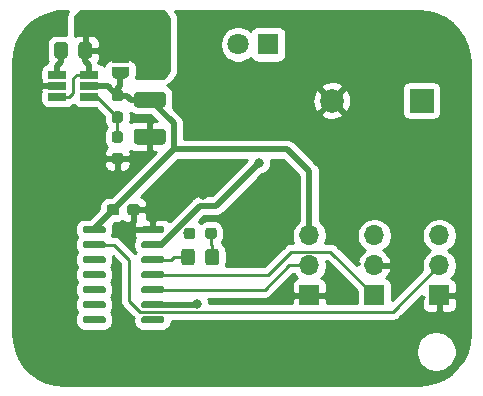
<source format=gbr>
%TF.GenerationSoftware,KiCad,Pcbnew,(5.1.9)-1*%
%TF.CreationDate,2021-02-25T21:12:44-03:30*%
%TF.ProjectId,annoy-o-me,616e6e6f-792d-46f2-9d6d-652e6b696361,rev?*%
%TF.SameCoordinates,Original*%
%TF.FileFunction,Copper,L1,Top*%
%TF.FilePolarity,Positive*%
%FSLAX46Y46*%
G04 Gerber Fmt 4.6, Leading zero omitted, Abs format (unit mm)*
G04 Created by KiCad (PCBNEW (5.1.9)-1) date 2021-02-25 21:12:44*
%MOMM*%
%LPD*%
G01*
G04 APERTURE LIST*
%TA.AperFunction,ComponentPad*%
%ADD10R,2.000000X2.000000*%
%TD*%
%TA.AperFunction,ComponentPad*%
%ADD11C,2.000000*%
%TD*%
%TA.AperFunction,ComponentPad*%
%ADD12R,1.800000X1.800000*%
%TD*%
%TA.AperFunction,ComponentPad*%
%ADD13C,1.800000*%
%TD*%
%TA.AperFunction,ComponentPad*%
%ADD14R,1.700000X1.700000*%
%TD*%
%TA.AperFunction,ComponentPad*%
%ADD15O,1.700000X1.700000*%
%TD*%
%TA.AperFunction,SMDPad,CuDef*%
%ADD16R,1.560000X0.650000*%
%TD*%
%TA.AperFunction,SMDPad,CuDef*%
%ADD17C,0.100000*%
%TD*%
%TA.AperFunction,ViaPad*%
%ADD18C,0.800000*%
%TD*%
%TA.AperFunction,Conductor*%
%ADD19C,0.500000*%
%TD*%
%TA.AperFunction,Conductor*%
%ADD20C,0.250000*%
%TD*%
%TA.AperFunction,Conductor*%
%ADD21C,0.254000*%
%TD*%
%TA.AperFunction,Conductor*%
%ADD22C,0.100000*%
%TD*%
G04 APERTURE END LIST*
D10*
%TO.P,BZ1,1*%
%TO.N,/BUZZER*%
X135250000Y-108250000D03*
D11*
%TO.P,BZ1,2*%
%TO.N,GND*%
X127650000Y-108250000D03*
%TD*%
%TO.P,C1,1*%
%TO.N,+3V3*%
%TA.AperFunction,SMDPad,CuDef*%
G36*
G01*
X108600000Y-117737500D02*
X108600000Y-117262500D01*
G75*
G02*
X108837500Y-117025000I237500J0D01*
G01*
X109437500Y-117025000D01*
G75*
G02*
X109675000Y-117262500I0J-237500D01*
G01*
X109675000Y-117737500D01*
G75*
G02*
X109437500Y-117975000I-237500J0D01*
G01*
X108837500Y-117975000D01*
G75*
G02*
X108600000Y-117737500I0J237500D01*
G01*
G37*
%TD.AperFunction*%
%TO.P,C1,2*%
%TO.N,GND*%
%TA.AperFunction,SMDPad,CuDef*%
G36*
G01*
X110325000Y-117737500D02*
X110325000Y-117262500D01*
G75*
G02*
X110562500Y-117025000I237500J0D01*
G01*
X111162500Y-117025000D01*
G75*
G02*
X111400000Y-117262500I0J-237500D01*
G01*
X111400000Y-117737500D01*
G75*
G02*
X111162500Y-117975000I-237500J0D01*
G01*
X110562500Y-117975000D01*
G75*
G02*
X110325000Y-117737500I0J237500D01*
G01*
G37*
%TD.AperFunction*%
%TD*%
%TO.P,C3,1*%
%TO.N,+3V3*%
%TA.AperFunction,SMDPad,CuDef*%
G36*
G01*
X111149998Y-107525000D02*
X113350002Y-107525000D01*
G75*
G02*
X113600000Y-107774998I0J-249998D01*
G01*
X113600000Y-108600002D01*
G75*
G02*
X113350002Y-108850000I-249998J0D01*
G01*
X111149998Y-108850000D01*
G75*
G02*
X110900000Y-108600002I0J249998D01*
G01*
X110900000Y-107774998D01*
G75*
G02*
X111149998Y-107525000I249998J0D01*
G01*
G37*
%TD.AperFunction*%
%TO.P,C3,2*%
%TO.N,GND*%
%TA.AperFunction,SMDPad,CuDef*%
G36*
G01*
X111149998Y-110650000D02*
X113350002Y-110650000D01*
G75*
G02*
X113600000Y-110899998I0J-249998D01*
G01*
X113600000Y-111725002D01*
G75*
G02*
X113350002Y-111975000I-249998J0D01*
G01*
X111149998Y-111975000D01*
G75*
G02*
X110900000Y-111725002I0J249998D01*
G01*
X110900000Y-110899998D01*
G75*
G02*
X111149998Y-110650000I249998J0D01*
G01*
G37*
%TD.AperFunction*%
%TD*%
%TO.P,D1,1*%
%TO.N,Net-(D1-Pad1)*%
%TA.AperFunction,SMDPad,CuDef*%
G36*
G01*
X118100000Y-121049999D02*
X118100000Y-121950001D01*
G75*
G02*
X117850001Y-122200000I-249999J0D01*
G01*
X117199999Y-122200000D01*
G75*
G02*
X116950000Y-121950001I0J249999D01*
G01*
X116950000Y-121049999D01*
G75*
G02*
X117199999Y-120800000I249999J0D01*
G01*
X117850001Y-120800000D01*
G75*
G02*
X118100000Y-121049999I0J-249999D01*
G01*
G37*
%TD.AperFunction*%
%TO.P,D1,2*%
%TO.N,/DIGITAL_OUT*%
%TA.AperFunction,SMDPad,CuDef*%
G36*
G01*
X116050000Y-121049999D02*
X116050000Y-121950001D01*
G75*
G02*
X115800001Y-122200000I-249999J0D01*
G01*
X115149999Y-122200000D01*
G75*
G02*
X114900000Y-121950001I0J249999D01*
G01*
X114900000Y-121049999D01*
G75*
G02*
X115149999Y-120800000I249999J0D01*
G01*
X115800001Y-120800000D01*
G75*
G02*
X116050000Y-121049999I0J-249999D01*
G01*
G37*
%TD.AperFunction*%
%TD*%
D12*
%TO.P,D2,1*%
%TO.N,Net-(D2-Pad1)*%
X122250000Y-103500000D03*
D13*
%TO.P,D2,2*%
%TO.N,/IR_OUT*%
X119710000Y-103500000D03*
%TD*%
D14*
%TO.P,J1,1*%
%TO.N,GND*%
X125750000Y-124750000D03*
D15*
%TO.P,J1,2*%
%TO.N,/UPDI*%
X125750000Y-122210000D03*
%TO.P,J1,3*%
%TO.N,+3V3*%
X125750000Y-119670000D03*
%TD*%
D14*
%TO.P,J2,1*%
%TO.N,GND*%
X136750000Y-124750000D03*
D15*
%TO.P,J2,2*%
%TO.N,/ANALOG_IN*%
X136750000Y-122210000D03*
%TO.P,J2,3*%
%TO.N,+3V3*%
X136750000Y-119670000D03*
%TD*%
%TO.P,L1,1*%
%TO.N,Net-(BT1-Pad1)*%
%TA.AperFunction,SMDPad,CuDef*%
G36*
G01*
X107350000Y-103549999D02*
X107350000Y-104450001D01*
G75*
G02*
X107100001Y-104700000I-249999J0D01*
G01*
X106449999Y-104700000D01*
G75*
G02*
X106200000Y-104450001I0J249999D01*
G01*
X106200000Y-103549999D01*
G75*
G02*
X106449999Y-103300000I249999J0D01*
G01*
X107100001Y-103300000D01*
G75*
G02*
X107350000Y-103549999I0J-249999D01*
G01*
G37*
%TD.AperFunction*%
%TO.P,L1,2*%
%TO.N,Net-(L1-Pad2)*%
%TA.AperFunction,SMDPad,CuDef*%
G36*
G01*
X105300000Y-103549999D02*
X105300000Y-104450001D01*
G75*
G02*
X105050001Y-104700000I-249999J0D01*
G01*
X104399999Y-104700000D01*
G75*
G02*
X104150000Y-104450001I0J249999D01*
G01*
X104150000Y-103549999D01*
G75*
G02*
X104399999Y-103300000I249999J0D01*
G01*
X105050001Y-103300000D01*
G75*
G02*
X105300000Y-103549999I0J-249999D01*
G01*
G37*
%TD.AperFunction*%
%TD*%
%TO.P,R1,1*%
%TO.N,+3V3*%
%TA.AperFunction,SMDPad,CuDef*%
G36*
G01*
X109262500Y-107350000D02*
X109737500Y-107350000D01*
G75*
G02*
X109975000Y-107587500I0J-237500D01*
G01*
X109975000Y-108087500D01*
G75*
G02*
X109737500Y-108325000I-237500J0D01*
G01*
X109262500Y-108325000D01*
G75*
G02*
X109025000Y-108087500I0J237500D01*
G01*
X109025000Y-107587500D01*
G75*
G02*
X109262500Y-107350000I237500J0D01*
G01*
G37*
%TD.AperFunction*%
%TO.P,R1,2*%
%TO.N,Net-(R1-Pad2)*%
%TA.AperFunction,SMDPad,CuDef*%
G36*
G01*
X109262500Y-109175000D02*
X109737500Y-109175000D01*
G75*
G02*
X109975000Y-109412500I0J-237500D01*
G01*
X109975000Y-109912500D01*
G75*
G02*
X109737500Y-110150000I-237500J0D01*
G01*
X109262500Y-110150000D01*
G75*
G02*
X109025000Y-109912500I0J237500D01*
G01*
X109025000Y-109412500D01*
G75*
G02*
X109262500Y-109175000I237500J0D01*
G01*
G37*
%TD.AperFunction*%
%TD*%
%TO.P,R2,2*%
%TO.N,GND*%
%TA.AperFunction,SMDPad,CuDef*%
G36*
G01*
X109262500Y-112675000D02*
X109737500Y-112675000D01*
G75*
G02*
X109975000Y-112912500I0J-237500D01*
G01*
X109975000Y-113412500D01*
G75*
G02*
X109737500Y-113650000I-237500J0D01*
G01*
X109262500Y-113650000D01*
G75*
G02*
X109025000Y-113412500I0J237500D01*
G01*
X109025000Y-112912500D01*
G75*
G02*
X109262500Y-112675000I237500J0D01*
G01*
G37*
%TD.AperFunction*%
%TO.P,R2,1*%
%TO.N,Net-(R1-Pad2)*%
%TA.AperFunction,SMDPad,CuDef*%
G36*
G01*
X109262500Y-110850000D02*
X109737500Y-110850000D01*
G75*
G02*
X109975000Y-111087500I0J-237500D01*
G01*
X109975000Y-111587500D01*
G75*
G02*
X109737500Y-111825000I-237500J0D01*
G01*
X109262500Y-111825000D01*
G75*
G02*
X109025000Y-111587500I0J237500D01*
G01*
X109025000Y-111087500D01*
G75*
G02*
X109262500Y-110850000I237500J0D01*
G01*
G37*
%TD.AperFunction*%
%TD*%
%TO.P,R4,2*%
%TO.N,GND*%
%TA.AperFunction,SMDPad,CuDef*%
G36*
G01*
X116075000Y-119262500D02*
X116075000Y-119737500D01*
G75*
G02*
X115837500Y-119975000I-237500J0D01*
G01*
X115337500Y-119975000D01*
G75*
G02*
X115100000Y-119737500I0J237500D01*
G01*
X115100000Y-119262500D01*
G75*
G02*
X115337500Y-119025000I237500J0D01*
G01*
X115837500Y-119025000D01*
G75*
G02*
X116075000Y-119262500I0J-237500D01*
G01*
G37*
%TD.AperFunction*%
%TO.P,R4,1*%
%TO.N,Net-(D1-Pad1)*%
%TA.AperFunction,SMDPad,CuDef*%
G36*
G01*
X117900000Y-119262500D02*
X117900000Y-119737500D01*
G75*
G02*
X117662500Y-119975000I-237500J0D01*
G01*
X117162500Y-119975000D01*
G75*
G02*
X116925000Y-119737500I0J237500D01*
G01*
X116925000Y-119262500D01*
G75*
G02*
X117162500Y-119025000I237500J0D01*
G01*
X117662500Y-119025000D01*
G75*
G02*
X117900000Y-119262500I0J-237500D01*
G01*
G37*
%TD.AperFunction*%
%TD*%
D16*
%TO.P,U1,1*%
%TO.N,Net-(L1-Pad2)*%
X104400000Y-106050000D03*
%TO.P,U1,2*%
%TO.N,GND*%
X104400000Y-107000000D03*
%TO.P,U1,3*%
%TO.N,Net-(BT1-Pad1)*%
X104400000Y-107950000D03*
%TO.P,U1,4*%
%TO.N,Net-(R1-Pad2)*%
X107100000Y-107950000D03*
%TO.P,U1,6*%
%TO.N,Net-(BT1-Pad1)*%
X107100000Y-106050000D03*
%TO.P,U1,5*%
%TO.N,+3V3*%
X107100000Y-107000000D03*
%TD*%
%TO.P,U2,1*%
%TO.N,+3V3*%
%TA.AperFunction,SMDPad,CuDef*%
G36*
G01*
X106550000Y-119340000D02*
X106550000Y-119040000D01*
G75*
G02*
X106700000Y-118890000I150000J0D01*
G01*
X108350000Y-118890000D01*
G75*
G02*
X108500000Y-119040000I0J-150000D01*
G01*
X108500000Y-119340000D01*
G75*
G02*
X108350000Y-119490000I-150000J0D01*
G01*
X106700000Y-119490000D01*
G75*
G02*
X106550000Y-119340000I0J150000D01*
G01*
G37*
%TD.AperFunction*%
%TO.P,U2,2*%
%TO.N,/ANALOG_IN*%
%TA.AperFunction,SMDPad,CuDef*%
G36*
G01*
X106550000Y-120610000D02*
X106550000Y-120310000D01*
G75*
G02*
X106700000Y-120160000I150000J0D01*
G01*
X108350000Y-120160000D01*
G75*
G02*
X108500000Y-120310000I0J-150000D01*
G01*
X108500000Y-120610000D01*
G75*
G02*
X108350000Y-120760000I-150000J0D01*
G01*
X106700000Y-120760000D01*
G75*
G02*
X106550000Y-120610000I0J150000D01*
G01*
G37*
%TD.AperFunction*%
%TO.P,U2,3*%
%TO.N,Net-(U2-Pad3)*%
%TA.AperFunction,SMDPad,CuDef*%
G36*
G01*
X106550000Y-121880000D02*
X106550000Y-121580000D01*
G75*
G02*
X106700000Y-121430000I150000J0D01*
G01*
X108350000Y-121430000D01*
G75*
G02*
X108500000Y-121580000I0J-150000D01*
G01*
X108500000Y-121880000D01*
G75*
G02*
X108350000Y-122030000I-150000J0D01*
G01*
X106700000Y-122030000D01*
G75*
G02*
X106550000Y-121880000I0J150000D01*
G01*
G37*
%TD.AperFunction*%
%TO.P,U2,4*%
%TO.N,Net-(U2-Pad4)*%
%TA.AperFunction,SMDPad,CuDef*%
G36*
G01*
X106550000Y-123150000D02*
X106550000Y-122850000D01*
G75*
G02*
X106700000Y-122700000I150000J0D01*
G01*
X108350000Y-122700000D01*
G75*
G02*
X108500000Y-122850000I0J-150000D01*
G01*
X108500000Y-123150000D01*
G75*
G02*
X108350000Y-123300000I-150000J0D01*
G01*
X106700000Y-123300000D01*
G75*
G02*
X106550000Y-123150000I0J150000D01*
G01*
G37*
%TD.AperFunction*%
%TO.P,U2,5*%
%TO.N,Net-(U2-Pad5)*%
%TA.AperFunction,SMDPad,CuDef*%
G36*
G01*
X106550000Y-124420000D02*
X106550000Y-124120000D01*
G75*
G02*
X106700000Y-123970000I150000J0D01*
G01*
X108350000Y-123970000D01*
G75*
G02*
X108500000Y-124120000I0J-150000D01*
G01*
X108500000Y-124420000D01*
G75*
G02*
X108350000Y-124570000I-150000J0D01*
G01*
X106700000Y-124570000D01*
G75*
G02*
X106550000Y-124420000I0J150000D01*
G01*
G37*
%TD.AperFunction*%
%TO.P,U2,6*%
%TO.N,Net-(U2-Pad6)*%
%TA.AperFunction,SMDPad,CuDef*%
G36*
G01*
X106550000Y-125690000D02*
X106550000Y-125390000D01*
G75*
G02*
X106700000Y-125240000I150000J0D01*
G01*
X108350000Y-125240000D01*
G75*
G02*
X108500000Y-125390000I0J-150000D01*
G01*
X108500000Y-125690000D01*
G75*
G02*
X108350000Y-125840000I-150000J0D01*
G01*
X106700000Y-125840000D01*
G75*
G02*
X106550000Y-125690000I0J150000D01*
G01*
G37*
%TD.AperFunction*%
%TO.P,U2,7*%
%TO.N,Net-(U2-Pad7)*%
%TA.AperFunction,SMDPad,CuDef*%
G36*
G01*
X106550000Y-126960000D02*
X106550000Y-126660000D01*
G75*
G02*
X106700000Y-126510000I150000J0D01*
G01*
X108350000Y-126510000D01*
G75*
G02*
X108500000Y-126660000I0J-150000D01*
G01*
X108500000Y-126960000D01*
G75*
G02*
X108350000Y-127110000I-150000J0D01*
G01*
X106700000Y-127110000D01*
G75*
G02*
X106550000Y-126960000I0J150000D01*
G01*
G37*
%TD.AperFunction*%
%TO.P,U2,8*%
%TO.N,Net-(U2-Pad8)*%
%TA.AperFunction,SMDPad,CuDef*%
G36*
G01*
X111500000Y-126960000D02*
X111500000Y-126660000D01*
G75*
G02*
X111650000Y-126510000I150000J0D01*
G01*
X113300000Y-126510000D01*
G75*
G02*
X113450000Y-126660000I0J-150000D01*
G01*
X113450000Y-126960000D01*
G75*
G02*
X113300000Y-127110000I-150000J0D01*
G01*
X111650000Y-127110000D01*
G75*
G02*
X111500000Y-126960000I0J150000D01*
G01*
G37*
%TD.AperFunction*%
%TO.P,U2,9*%
%TO.N,/BUZZER*%
%TA.AperFunction,SMDPad,CuDef*%
G36*
G01*
X111500000Y-125690000D02*
X111500000Y-125390000D01*
G75*
G02*
X111650000Y-125240000I150000J0D01*
G01*
X113300000Y-125240000D01*
G75*
G02*
X113450000Y-125390000I0J-150000D01*
G01*
X113450000Y-125690000D01*
G75*
G02*
X113300000Y-125840000I-150000J0D01*
G01*
X111650000Y-125840000D01*
G75*
G02*
X111500000Y-125690000I0J150000D01*
G01*
G37*
%TD.AperFunction*%
%TO.P,U2,10*%
%TO.N,/UPDI*%
%TA.AperFunction,SMDPad,CuDef*%
G36*
G01*
X111500000Y-124420000D02*
X111500000Y-124120000D01*
G75*
G02*
X111650000Y-123970000I150000J0D01*
G01*
X113300000Y-123970000D01*
G75*
G02*
X113450000Y-124120000I0J-150000D01*
G01*
X113450000Y-124420000D01*
G75*
G02*
X113300000Y-124570000I-150000J0D01*
G01*
X111650000Y-124570000D01*
G75*
G02*
X111500000Y-124420000I0J150000D01*
G01*
G37*
%TD.AperFunction*%
%TO.P,U2,11*%
%TO.N,/IR_IN*%
%TA.AperFunction,SMDPad,CuDef*%
G36*
G01*
X111500000Y-123150000D02*
X111500000Y-122850000D01*
G75*
G02*
X111650000Y-122700000I150000J0D01*
G01*
X113300000Y-122700000D01*
G75*
G02*
X113450000Y-122850000I0J-150000D01*
G01*
X113450000Y-123150000D01*
G75*
G02*
X113300000Y-123300000I-150000J0D01*
G01*
X111650000Y-123300000D01*
G75*
G02*
X111500000Y-123150000I0J150000D01*
G01*
G37*
%TD.AperFunction*%
%TO.P,U2,12*%
%TO.N,/DIGITAL_OUT*%
%TA.AperFunction,SMDPad,CuDef*%
G36*
G01*
X111500000Y-121880000D02*
X111500000Y-121580000D01*
G75*
G02*
X111650000Y-121430000I150000J0D01*
G01*
X113300000Y-121430000D01*
G75*
G02*
X113450000Y-121580000I0J-150000D01*
G01*
X113450000Y-121880000D01*
G75*
G02*
X113300000Y-122030000I-150000J0D01*
G01*
X111650000Y-122030000D01*
G75*
G02*
X111500000Y-121880000I0J150000D01*
G01*
G37*
%TD.AperFunction*%
%TO.P,U2,13*%
%TO.N,/IR_OUT*%
%TA.AperFunction,SMDPad,CuDef*%
G36*
G01*
X111500000Y-120610000D02*
X111500000Y-120310000D01*
G75*
G02*
X111650000Y-120160000I150000J0D01*
G01*
X113300000Y-120160000D01*
G75*
G02*
X113450000Y-120310000I0J-150000D01*
G01*
X113450000Y-120610000D01*
G75*
G02*
X113300000Y-120760000I-150000J0D01*
G01*
X111650000Y-120760000D01*
G75*
G02*
X111500000Y-120610000I0J150000D01*
G01*
G37*
%TD.AperFunction*%
%TO.P,U2,14*%
%TO.N,GND*%
%TA.AperFunction,SMDPad,CuDef*%
G36*
G01*
X111500000Y-119340000D02*
X111500000Y-119040000D01*
G75*
G02*
X111650000Y-118890000I150000J0D01*
G01*
X113300000Y-118890000D01*
G75*
G02*
X113450000Y-119040000I0J-150000D01*
G01*
X113450000Y-119340000D01*
G75*
G02*
X113300000Y-119490000I-150000J0D01*
G01*
X111650000Y-119490000D01*
G75*
G02*
X111500000Y-119340000I0J150000D01*
G01*
G37*
%TD.AperFunction*%
%TD*%
D15*
%TO.P,U3,3*%
%TO.N,+3V3*%
X131250000Y-119670000D03*
%TO.P,U3,2*%
%TO.N,GND*%
X131250000Y-122210000D03*
D14*
%TO.P,U3,1*%
%TO.N,/IR_IN*%
X131250000Y-124750000D03*
%TD*%
%TA.AperFunction,SMDPad,CuDef*%
D17*
%TO.P,JP1,1*%
%TO.N,Net-(BT1-Pad1)*%
G36*
X109000000Y-105100000D02*
G01*
X109000000Y-104600000D01*
X109000602Y-104600000D01*
X109000602Y-104575466D01*
X109005412Y-104526635D01*
X109014984Y-104478510D01*
X109029228Y-104431555D01*
X109048005Y-104386222D01*
X109071136Y-104342949D01*
X109098396Y-104302150D01*
X109129524Y-104264221D01*
X109164221Y-104229524D01*
X109202150Y-104198396D01*
X109242949Y-104171136D01*
X109286222Y-104148005D01*
X109331555Y-104129228D01*
X109378510Y-104114984D01*
X109426635Y-104105412D01*
X109475466Y-104100602D01*
X109500000Y-104100602D01*
X109500000Y-104100000D01*
X110000000Y-104100000D01*
X110000000Y-104100602D01*
X110024534Y-104100602D01*
X110073365Y-104105412D01*
X110121490Y-104114984D01*
X110168445Y-104129228D01*
X110213778Y-104148005D01*
X110257051Y-104171136D01*
X110297850Y-104198396D01*
X110335779Y-104229524D01*
X110370476Y-104264221D01*
X110401604Y-104302150D01*
X110428864Y-104342949D01*
X110451995Y-104386222D01*
X110470772Y-104431555D01*
X110485016Y-104478510D01*
X110494588Y-104526635D01*
X110499398Y-104575466D01*
X110499398Y-104600000D01*
X110500000Y-104600000D01*
X110500000Y-105100000D01*
X109000000Y-105100000D01*
G37*
%TD.AperFunction*%
%TA.AperFunction,SMDPad,CuDef*%
%TO.P,JP1,2*%
%TO.N,+3V3*%
G36*
X110499398Y-105900000D02*
G01*
X110499398Y-105924534D01*
X110494588Y-105973365D01*
X110485016Y-106021490D01*
X110470772Y-106068445D01*
X110451995Y-106113778D01*
X110428864Y-106157051D01*
X110401604Y-106197850D01*
X110370476Y-106235779D01*
X110335779Y-106270476D01*
X110297850Y-106301604D01*
X110257051Y-106328864D01*
X110213778Y-106351995D01*
X110168445Y-106370772D01*
X110121490Y-106385016D01*
X110073365Y-106394588D01*
X110024534Y-106399398D01*
X110000000Y-106399398D01*
X110000000Y-106400000D01*
X109500000Y-106400000D01*
X109500000Y-106399398D01*
X109475466Y-106399398D01*
X109426635Y-106394588D01*
X109378510Y-106385016D01*
X109331555Y-106370772D01*
X109286222Y-106351995D01*
X109242949Y-106328864D01*
X109202150Y-106301604D01*
X109164221Y-106270476D01*
X109129524Y-106235779D01*
X109098396Y-106197850D01*
X109071136Y-106157051D01*
X109048005Y-106113778D01*
X109029228Y-106068445D01*
X109014984Y-106021490D01*
X109005412Y-105973365D01*
X109000602Y-105924534D01*
X109000602Y-105900000D01*
X109000000Y-105900000D01*
X109000000Y-105400000D01*
X110500000Y-105400000D01*
X110500000Y-105900000D01*
X110499398Y-105900000D01*
G37*
%TD.AperFunction*%
%TD*%
D18*
%TO.N,Net-(BT1-Pad1)*%
X113000000Y-105500000D03*
X113000000Y-103500000D03*
X109000000Y-101500000D03*
X111000000Y-101500000D03*
X113000000Y-101500000D03*
X107000000Y-101500000D03*
%TO.N,GND*%
X115500000Y-119500000D03*
X114750000Y-116250000D03*
X114750000Y-114250000D03*
X116750000Y-114250000D03*
X116750000Y-116250000D03*
X104750000Y-118250000D03*
X104750000Y-116250000D03*
X104750000Y-114250000D03*
X104750000Y-112250000D03*
X123000000Y-115000000D03*
X121250000Y-119250000D03*
X102000000Y-104000000D03*
X102000000Y-106000000D03*
X102000000Y-108000000D03*
X102000000Y-110000000D03*
%TO.N,/BUZZER*%
X116250000Y-125440010D03*
%TO.N,/IR_OUT*%
X121499994Y-113500000D03*
%TD*%
D19*
%TO.N,Net-(BT1-Pad1)*%
X107100000Y-105250000D02*
X107100000Y-106050000D01*
X106775000Y-104925000D02*
X107100000Y-105250000D01*
X106775000Y-104000000D02*
X106775000Y-104925000D01*
D20*
X105430000Y-107950000D02*
X105750000Y-107630000D01*
X104400000Y-107950000D02*
X105430000Y-107950000D01*
X106070000Y-106050000D02*
X107100000Y-106050000D01*
X105750000Y-106370000D02*
X106070000Y-106050000D01*
X105750000Y-107630000D02*
X105750000Y-106370000D01*
D19*
%TO.N,GND*%
X104400000Y-107000000D02*
X102750000Y-107000000D01*
%TO.N,/BUZZER*%
X116150010Y-125540000D02*
X116250000Y-125440010D01*
X112475000Y-125540000D02*
X116150010Y-125540000D01*
%TO.N,+3V3*%
X108662500Y-107000000D02*
X109500000Y-107837500D01*
X107100000Y-107000000D02*
X108662500Y-107000000D01*
X110337500Y-107837500D02*
X109500000Y-107837500D01*
X110687500Y-108187500D02*
X110337500Y-107837500D01*
X112250000Y-108187500D02*
X110687500Y-108187500D01*
X107525000Y-119112500D02*
X109137500Y-117500000D01*
X107525000Y-119190000D02*
X107525000Y-119112500D01*
X114250000Y-110187500D02*
X112250000Y-108187500D01*
X114250000Y-112387500D02*
X114250000Y-110187500D01*
X109137500Y-117500000D02*
X114250000Y-112387500D01*
X125750000Y-114250000D02*
X125750000Y-119670000D01*
X123887500Y-112387500D02*
X125750000Y-114250000D01*
X114250000Y-112387500D02*
X123887500Y-112387500D01*
X109750000Y-107000000D02*
X109750000Y-105900000D01*
X109500000Y-107250000D02*
X109750000Y-107000000D01*
X109500000Y-107837500D02*
X109500000Y-107250000D01*
D20*
%TO.N,Net-(D1-Pad1)*%
X117412500Y-119500000D02*
X117412500Y-120412500D01*
X117525000Y-120525000D02*
X117525000Y-121500000D01*
X117412500Y-120412500D02*
X117525000Y-120525000D01*
%TO.N,/DIGITAL_OUT*%
X114020000Y-121730000D02*
X112475000Y-121730000D01*
X114250000Y-121500000D02*
X114020000Y-121730000D01*
X115475000Y-121500000D02*
X114250000Y-121500000D01*
%TO.N,/UPDI*%
X121980000Y-124270000D02*
X112475000Y-124270000D01*
X124040000Y-122210000D02*
X121980000Y-124270000D01*
X125750000Y-122210000D02*
X124040000Y-122210000D01*
%TO.N,/ANALOG_IN*%
X109210000Y-120460000D02*
X107525000Y-120460000D01*
X110500000Y-121750000D02*
X109210000Y-120460000D01*
X110500000Y-125211768D02*
X110500000Y-121750000D01*
X111453242Y-126165010D02*
X110500000Y-125211768D01*
X132794990Y-126165010D02*
X111453242Y-126165010D01*
X136750000Y-122210000D02*
X132794990Y-126165010D01*
D19*
%TO.N,Net-(L1-Pad2)*%
X104400000Y-105350000D02*
X104400000Y-106050000D01*
X104725000Y-105025000D02*
X104400000Y-105350000D01*
X104725000Y-104000000D02*
X104725000Y-105025000D01*
D20*
%TO.N,Net-(R1-Pad2)*%
X109500000Y-111337500D02*
X109500000Y-109662500D01*
X107787500Y-107950000D02*
X109500000Y-109662500D01*
X107100000Y-107950000D02*
X107787500Y-107950000D01*
%TO.N,/IR_IN*%
X122250000Y-123000000D02*
X112475000Y-123000000D01*
X124215001Y-121034999D02*
X122250000Y-123000000D01*
X127534999Y-121034999D02*
X124215001Y-121034999D01*
X131250000Y-124750000D02*
X127534999Y-121034999D01*
D19*
%TO.N,/IR_OUT*%
X112475000Y-120460000D02*
X113167712Y-120460000D01*
X113167712Y-120460000D02*
X116477713Y-117149999D01*
X116477713Y-117149999D02*
X117849995Y-117149999D01*
X117849995Y-117149999D02*
X121499994Y-113500000D01*
%TD*%
D21*
%TO.N,Net-(BT1-Pad1)*%
X113333850Y-100694022D02*
X113484672Y-100774638D01*
X113616870Y-100883130D01*
X113725362Y-101015328D01*
X113805978Y-101166150D01*
X113855624Y-101329811D01*
X113873000Y-101506234D01*
X113873000Y-105493766D01*
X113855624Y-105670189D01*
X113805978Y-105833850D01*
X113725362Y-105984672D01*
X113616870Y-106116870D01*
X113484672Y-106225362D01*
X113333850Y-106305978D01*
X113170189Y-106355624D01*
X112993766Y-106373000D01*
X111033312Y-106373000D01*
X111067973Y-106289319D01*
X111104282Y-106169623D01*
X111123404Y-106073490D01*
X111135664Y-105949009D01*
X111135664Y-105924450D01*
X111138072Y-105900000D01*
X111138072Y-105400000D01*
X111125812Y-105275518D01*
X111089502Y-105155820D01*
X111030537Y-105045506D01*
X110951185Y-104948815D01*
X110854494Y-104869463D01*
X110744180Y-104810498D01*
X110624482Y-104774188D01*
X110500000Y-104761928D01*
X109000000Y-104761928D01*
X108875518Y-104774188D01*
X108755820Y-104810498D01*
X108645506Y-104869463D01*
X108548815Y-104948815D01*
X108469463Y-105045506D01*
X108410498Y-105155820D01*
X108374188Y-105275518D01*
X108369730Y-105320782D01*
X108331185Y-105273815D01*
X108234494Y-105194463D01*
X108124180Y-105135498D01*
X108004482Y-105099188D01*
X107880000Y-105086928D01*
X107853785Y-105087091D01*
X107880537Y-105054494D01*
X107939502Y-104944180D01*
X107975812Y-104824482D01*
X107988072Y-104700000D01*
X107985000Y-104285750D01*
X107826250Y-104127000D01*
X106902000Y-104127000D01*
X106902000Y-104147000D01*
X106648000Y-104147000D01*
X106648000Y-104127000D01*
X106628000Y-104127000D01*
X106628000Y-103873000D01*
X106648000Y-103873000D01*
X106648000Y-102823750D01*
X106902000Y-102823750D01*
X106902000Y-103873000D01*
X107826250Y-103873000D01*
X107985000Y-103714250D01*
X107988072Y-103300000D01*
X107975812Y-103175518D01*
X107939502Y-103055820D01*
X107880537Y-102945506D01*
X107801185Y-102848815D01*
X107704494Y-102769463D01*
X107594180Y-102710498D01*
X107474482Y-102674188D01*
X107350000Y-102661928D01*
X107060750Y-102665000D01*
X106902000Y-102823750D01*
X106648000Y-102823750D01*
X106489250Y-102665000D01*
X106200000Y-102661928D01*
X106075518Y-102674188D01*
X105955820Y-102710498D01*
X105877000Y-102752629D01*
X105877000Y-101506234D01*
X105894376Y-101329811D01*
X105944022Y-101166150D01*
X106024638Y-101015328D01*
X106133130Y-100883130D01*
X106265328Y-100774638D01*
X106416150Y-100694022D01*
X106528306Y-100660000D01*
X113221694Y-100660000D01*
X113333850Y-100694022D01*
%TA.AperFunction,Conductor*%
D22*
G36*
X113333850Y-100694022D02*
G01*
X113484672Y-100774638D01*
X113616870Y-100883130D01*
X113725362Y-101015328D01*
X113805978Y-101166150D01*
X113855624Y-101329811D01*
X113873000Y-101506234D01*
X113873000Y-105493766D01*
X113855624Y-105670189D01*
X113805978Y-105833850D01*
X113725362Y-105984672D01*
X113616870Y-106116870D01*
X113484672Y-106225362D01*
X113333850Y-106305978D01*
X113170189Y-106355624D01*
X112993766Y-106373000D01*
X111033312Y-106373000D01*
X111067973Y-106289319D01*
X111104282Y-106169623D01*
X111123404Y-106073490D01*
X111135664Y-105949009D01*
X111135664Y-105924450D01*
X111138072Y-105900000D01*
X111138072Y-105400000D01*
X111125812Y-105275518D01*
X111089502Y-105155820D01*
X111030537Y-105045506D01*
X110951185Y-104948815D01*
X110854494Y-104869463D01*
X110744180Y-104810498D01*
X110624482Y-104774188D01*
X110500000Y-104761928D01*
X109000000Y-104761928D01*
X108875518Y-104774188D01*
X108755820Y-104810498D01*
X108645506Y-104869463D01*
X108548815Y-104948815D01*
X108469463Y-105045506D01*
X108410498Y-105155820D01*
X108374188Y-105275518D01*
X108369730Y-105320782D01*
X108331185Y-105273815D01*
X108234494Y-105194463D01*
X108124180Y-105135498D01*
X108004482Y-105099188D01*
X107880000Y-105086928D01*
X107853785Y-105087091D01*
X107880537Y-105054494D01*
X107939502Y-104944180D01*
X107975812Y-104824482D01*
X107988072Y-104700000D01*
X107985000Y-104285750D01*
X107826250Y-104127000D01*
X106902000Y-104127000D01*
X106902000Y-104147000D01*
X106648000Y-104147000D01*
X106648000Y-104127000D01*
X106628000Y-104127000D01*
X106628000Y-103873000D01*
X106648000Y-103873000D01*
X106648000Y-102823750D01*
X106902000Y-102823750D01*
X106902000Y-103873000D01*
X107826250Y-103873000D01*
X107985000Y-103714250D01*
X107988072Y-103300000D01*
X107975812Y-103175518D01*
X107939502Y-103055820D01*
X107880537Y-102945506D01*
X107801185Y-102848815D01*
X107704494Y-102769463D01*
X107594180Y-102710498D01*
X107474482Y-102674188D01*
X107350000Y-102661928D01*
X107060750Y-102665000D01*
X106902000Y-102823750D01*
X106648000Y-102823750D01*
X106489250Y-102665000D01*
X106200000Y-102661928D01*
X106075518Y-102674188D01*
X105955820Y-102710498D01*
X105877000Y-102752629D01*
X105877000Y-101506234D01*
X105894376Y-101329811D01*
X105944022Y-101166150D01*
X106024638Y-101015328D01*
X106133130Y-100883130D01*
X106265328Y-100774638D01*
X106416150Y-100694022D01*
X106528306Y-100660000D01*
X113221694Y-100660000D01*
X113333850Y-100694022D01*
G37*
%TD.AperFunction*%
%TD*%
D21*
%TO.N,GND*%
X105266100Y-100817980D02*
X105218462Y-100932988D01*
X105161557Y-101120581D01*
X105137273Y-101242668D01*
X105118058Y-101437758D01*
X105115000Y-101500000D01*
X105115000Y-102668330D01*
X105050001Y-102661928D01*
X104399999Y-102661928D01*
X104226745Y-102678992D01*
X104060149Y-102729528D01*
X103906613Y-102811595D01*
X103772038Y-102922038D01*
X103661595Y-103056613D01*
X103579528Y-103210149D01*
X103528992Y-103376745D01*
X103511928Y-103549999D01*
X103511928Y-104450001D01*
X103528992Y-104623255D01*
X103579528Y-104789851D01*
X103637722Y-104898724D01*
X103578411Y-105009688D01*
X103558140Y-105076511D01*
X103552978Y-105093529D01*
X103495518Y-105099188D01*
X103375820Y-105135498D01*
X103265506Y-105194463D01*
X103168815Y-105273815D01*
X103089463Y-105370506D01*
X103030498Y-105480820D01*
X102994188Y-105600518D01*
X102981928Y-105725000D01*
X102981928Y-106375000D01*
X102994188Y-106499482D01*
X103001929Y-106525000D01*
X102994188Y-106550518D01*
X102981928Y-106675000D01*
X102985000Y-106714250D01*
X103143750Y-106873000D01*
X103225859Y-106873000D01*
X103265506Y-106905537D01*
X103375820Y-106964502D01*
X103492841Y-107000000D01*
X103375820Y-107035498D01*
X103265506Y-107094463D01*
X103225859Y-107127000D01*
X103143750Y-107127000D01*
X102985000Y-107285750D01*
X102981928Y-107325000D01*
X102994188Y-107449482D01*
X103001929Y-107475000D01*
X102994188Y-107500518D01*
X102981928Y-107625000D01*
X102981928Y-108275000D01*
X102994188Y-108399482D01*
X103030498Y-108519180D01*
X103089463Y-108629494D01*
X103168815Y-108726185D01*
X103265506Y-108805537D01*
X103375820Y-108864502D01*
X103495518Y-108900812D01*
X103620000Y-108913072D01*
X105180000Y-108913072D01*
X105304482Y-108900812D01*
X105424180Y-108864502D01*
X105534494Y-108805537D01*
X105631185Y-108726185D01*
X105678189Y-108668911D01*
X105722247Y-108655546D01*
X105785357Y-108621812D01*
X105789463Y-108629494D01*
X105868815Y-108726185D01*
X105965506Y-108805537D01*
X106075820Y-108864502D01*
X106195518Y-108900812D01*
X106320000Y-108913072D01*
X107675771Y-108913072D01*
X108386928Y-109624230D01*
X108386928Y-109912500D01*
X108403752Y-110083316D01*
X108453577Y-110247567D01*
X108534488Y-110398942D01*
X108617425Y-110500000D01*
X108534488Y-110601058D01*
X108453577Y-110752433D01*
X108403752Y-110916684D01*
X108386928Y-111087500D01*
X108386928Y-111587500D01*
X108403752Y-111758316D01*
X108453577Y-111922567D01*
X108534488Y-112073942D01*
X108623812Y-112182783D01*
X108573815Y-112223815D01*
X108494463Y-112320506D01*
X108435498Y-112430820D01*
X108399188Y-112550518D01*
X108386928Y-112675000D01*
X108390000Y-112876750D01*
X108548750Y-113035500D01*
X109373000Y-113035500D01*
X109373000Y-113015500D01*
X109627000Y-113015500D01*
X109627000Y-113035500D01*
X110451250Y-113035500D01*
X110610000Y-112876750D01*
X110613072Y-112675000D01*
X110600812Y-112550518D01*
X110595230Y-112532115D01*
X110655820Y-112564502D01*
X110775518Y-112600812D01*
X110900000Y-112613072D01*
X111964250Y-112610000D01*
X112123000Y-112451250D01*
X112123000Y-111439500D01*
X112103000Y-111439500D01*
X112103000Y-111185500D01*
X112123000Y-111185500D01*
X112123000Y-110173750D01*
X111964250Y-110015000D01*
X110900000Y-110011928D01*
X110775518Y-110024188D01*
X110655820Y-110060498D01*
X110592981Y-110094087D01*
X110596248Y-110083316D01*
X110613072Y-109912500D01*
X110613072Y-109412500D01*
X110601304Y-109293014D01*
X110656613Y-109338405D01*
X110810148Y-109420472D01*
X110976744Y-109471008D01*
X111149998Y-109488072D01*
X112298994Y-109488072D01*
X112825086Y-110014165D01*
X112535750Y-110015000D01*
X112377000Y-110173750D01*
X112377000Y-111185500D01*
X112397000Y-111185500D01*
X112397000Y-111439500D01*
X112377000Y-111439500D01*
X112377000Y-112451250D01*
X112535750Y-112610000D01*
X112775230Y-112610691D01*
X108998994Y-116386928D01*
X108837500Y-116386928D01*
X108666684Y-116403752D01*
X108502433Y-116453577D01*
X108351058Y-116534488D01*
X108218377Y-116643377D01*
X108109488Y-116776058D01*
X108028577Y-116927433D01*
X107978752Y-117091684D01*
X107961928Y-117262500D01*
X107961928Y-117423993D01*
X107133994Y-118251928D01*
X106700000Y-118251928D01*
X106546255Y-118267071D01*
X106398418Y-118311916D01*
X106262171Y-118384742D01*
X106142749Y-118482749D01*
X106044742Y-118602171D01*
X105971916Y-118738418D01*
X105927071Y-118886255D01*
X105911928Y-119040000D01*
X105911928Y-119340000D01*
X105927071Y-119493745D01*
X105971916Y-119641582D01*
X106044742Y-119777829D01*
X106083454Y-119825000D01*
X106044742Y-119872171D01*
X105971916Y-120008418D01*
X105927071Y-120156255D01*
X105911928Y-120310000D01*
X105911928Y-120610000D01*
X105927071Y-120763745D01*
X105971916Y-120911582D01*
X106044742Y-121047829D01*
X106083454Y-121095000D01*
X106044742Y-121142171D01*
X105971916Y-121278418D01*
X105927071Y-121426255D01*
X105911928Y-121580000D01*
X105911928Y-121880000D01*
X105927071Y-122033745D01*
X105971916Y-122181582D01*
X106044742Y-122317829D01*
X106083454Y-122365000D01*
X106044742Y-122412171D01*
X105971916Y-122548418D01*
X105927071Y-122696255D01*
X105911928Y-122850000D01*
X105911928Y-123150000D01*
X105927071Y-123303745D01*
X105971916Y-123451582D01*
X106044742Y-123587829D01*
X106083454Y-123635000D01*
X106044742Y-123682171D01*
X105971916Y-123818418D01*
X105927071Y-123966255D01*
X105911928Y-124120000D01*
X105911928Y-124420000D01*
X105927071Y-124573745D01*
X105971916Y-124721582D01*
X106044742Y-124857829D01*
X106083454Y-124905000D01*
X106044742Y-124952171D01*
X105971916Y-125088418D01*
X105927071Y-125236255D01*
X105911928Y-125390000D01*
X105911928Y-125690000D01*
X105927071Y-125843745D01*
X105971916Y-125991582D01*
X106044742Y-126127829D01*
X106083454Y-126175000D01*
X106044742Y-126222171D01*
X105971916Y-126358418D01*
X105927071Y-126506255D01*
X105911928Y-126660000D01*
X105911928Y-126960000D01*
X105927071Y-127113745D01*
X105971916Y-127261582D01*
X106044742Y-127397829D01*
X106142749Y-127517251D01*
X106262171Y-127615258D01*
X106398418Y-127688084D01*
X106546255Y-127732929D01*
X106700000Y-127748072D01*
X108350000Y-127748072D01*
X108503745Y-127732929D01*
X108651582Y-127688084D01*
X108787829Y-127615258D01*
X108907251Y-127517251D01*
X109005258Y-127397829D01*
X109078084Y-127261582D01*
X109122929Y-127113745D01*
X109138072Y-126960000D01*
X109138072Y-126660000D01*
X109122929Y-126506255D01*
X109078084Y-126358418D01*
X109005258Y-126222171D01*
X108966546Y-126175000D01*
X109005258Y-126127829D01*
X109078084Y-125991582D01*
X109122929Y-125843745D01*
X109138072Y-125690000D01*
X109138072Y-125390000D01*
X109122929Y-125236255D01*
X109078084Y-125088418D01*
X109005258Y-124952171D01*
X108966546Y-124905000D01*
X109005258Y-124857829D01*
X109078084Y-124721582D01*
X109122929Y-124573745D01*
X109138072Y-124420000D01*
X109138072Y-124120000D01*
X109122929Y-123966255D01*
X109078084Y-123818418D01*
X109005258Y-123682171D01*
X108966546Y-123635000D01*
X109005258Y-123587829D01*
X109078084Y-123451582D01*
X109122929Y-123303745D01*
X109138072Y-123150000D01*
X109138072Y-122850000D01*
X109122929Y-122696255D01*
X109078084Y-122548418D01*
X109005258Y-122412171D01*
X108966546Y-122365000D01*
X109005258Y-122317829D01*
X109078084Y-122181582D01*
X109122929Y-122033745D01*
X109138072Y-121880000D01*
X109138072Y-121580000D01*
X109125275Y-121450077D01*
X109740001Y-122064804D01*
X109740000Y-125174445D01*
X109736324Y-125211768D01*
X109740000Y-125249090D01*
X109740000Y-125249100D01*
X109750997Y-125360753D01*
X109779752Y-125455546D01*
X109794454Y-125504014D01*
X109865026Y-125636044D01*
X109879769Y-125654008D01*
X109959999Y-125751769D01*
X109989002Y-125775572D01*
X110862959Y-126649529D01*
X110861928Y-126660000D01*
X110861928Y-126960000D01*
X110877071Y-127113745D01*
X110921916Y-127261582D01*
X110994742Y-127397829D01*
X111092749Y-127517251D01*
X111212171Y-127615258D01*
X111348418Y-127688084D01*
X111496255Y-127732929D01*
X111650000Y-127748072D01*
X113300000Y-127748072D01*
X113453745Y-127732929D01*
X113601582Y-127688084D01*
X113737829Y-127615258D01*
X113857251Y-127517251D01*
X113955258Y-127397829D01*
X114028084Y-127261582D01*
X114072929Y-127113745D01*
X114088072Y-126960000D01*
X114088072Y-126925010D01*
X132757668Y-126925010D01*
X132794990Y-126928686D01*
X132832312Y-126925010D01*
X132832323Y-126925010D01*
X132943976Y-126914013D01*
X133087237Y-126870556D01*
X133219266Y-126799984D01*
X133334991Y-126705011D01*
X133358794Y-126676007D01*
X135265000Y-124769802D01*
X135265000Y-124877002D01*
X135423748Y-124877002D01*
X135265000Y-125035750D01*
X135261928Y-125600000D01*
X135274188Y-125724482D01*
X135310498Y-125844180D01*
X135369463Y-125954494D01*
X135448815Y-126051185D01*
X135545506Y-126130537D01*
X135655820Y-126189502D01*
X135775518Y-126225812D01*
X135900000Y-126238072D01*
X136464250Y-126235000D01*
X136623000Y-126076250D01*
X136623000Y-124877000D01*
X136877000Y-124877000D01*
X136877000Y-126076250D01*
X137035750Y-126235000D01*
X137600000Y-126238072D01*
X137724482Y-126225812D01*
X137844180Y-126189502D01*
X137954494Y-126130537D01*
X138051185Y-126051185D01*
X138130537Y-125954494D01*
X138189502Y-125844180D01*
X138225812Y-125724482D01*
X138238072Y-125600000D01*
X138235000Y-125035750D01*
X138076250Y-124877000D01*
X136877000Y-124877000D01*
X136623000Y-124877000D01*
X136603000Y-124877000D01*
X136603000Y-124623000D01*
X136623000Y-124623000D01*
X136623000Y-124603000D01*
X136877000Y-124603000D01*
X136877000Y-124623000D01*
X138076250Y-124623000D01*
X138235000Y-124464250D01*
X138238072Y-123900000D01*
X138225812Y-123775518D01*
X138189502Y-123655820D01*
X138130537Y-123545506D01*
X138051185Y-123448815D01*
X137954494Y-123369463D01*
X137844180Y-123310498D01*
X137771620Y-123288487D01*
X137903475Y-123156632D01*
X138065990Y-122913411D01*
X138177932Y-122643158D01*
X138235000Y-122356260D01*
X138235000Y-122063740D01*
X138177932Y-121776842D01*
X138065990Y-121506589D01*
X137903475Y-121263368D01*
X137696632Y-121056525D01*
X137522240Y-120940000D01*
X137696632Y-120823475D01*
X137903475Y-120616632D01*
X138065990Y-120373411D01*
X138177932Y-120103158D01*
X138235000Y-119816260D01*
X138235000Y-119523740D01*
X138177932Y-119236842D01*
X138065990Y-118966589D01*
X137903475Y-118723368D01*
X137696632Y-118516525D01*
X137453411Y-118354010D01*
X137183158Y-118242068D01*
X136896260Y-118185000D01*
X136603740Y-118185000D01*
X136316842Y-118242068D01*
X136046589Y-118354010D01*
X135803368Y-118516525D01*
X135596525Y-118723368D01*
X135434010Y-118966589D01*
X135322068Y-119236842D01*
X135265000Y-119523740D01*
X135265000Y-119816260D01*
X135322068Y-120103158D01*
X135434010Y-120373411D01*
X135596525Y-120616632D01*
X135803368Y-120823475D01*
X135977760Y-120940000D01*
X135803368Y-121056525D01*
X135596525Y-121263368D01*
X135434010Y-121506589D01*
X135322068Y-121776842D01*
X135265000Y-122063740D01*
X135265000Y-122356260D01*
X135308790Y-122576408D01*
X132738072Y-125147127D01*
X132738072Y-123900000D01*
X132725812Y-123775518D01*
X132689502Y-123655820D01*
X132630537Y-123545506D01*
X132551185Y-123448815D01*
X132454494Y-123369463D01*
X132344180Y-123310498D01*
X132263534Y-123286034D01*
X132347588Y-123210269D01*
X132521641Y-122976920D01*
X132646825Y-122714099D01*
X132691476Y-122566890D01*
X132570155Y-122337000D01*
X131377000Y-122337000D01*
X131377000Y-122357000D01*
X131123000Y-122357000D01*
X131123000Y-122337000D01*
X131103000Y-122337000D01*
X131103000Y-122083000D01*
X131123000Y-122083000D01*
X131123000Y-122063000D01*
X131377000Y-122063000D01*
X131377000Y-122083000D01*
X132570155Y-122083000D01*
X132691476Y-121853110D01*
X132646825Y-121705901D01*
X132521641Y-121443080D01*
X132347588Y-121209731D01*
X132131355Y-121014822D01*
X132014466Y-120945195D01*
X132196632Y-120823475D01*
X132403475Y-120616632D01*
X132565990Y-120373411D01*
X132677932Y-120103158D01*
X132735000Y-119816260D01*
X132735000Y-119523740D01*
X132677932Y-119236842D01*
X132565990Y-118966589D01*
X132403475Y-118723368D01*
X132196632Y-118516525D01*
X131953411Y-118354010D01*
X131683158Y-118242068D01*
X131396260Y-118185000D01*
X131103740Y-118185000D01*
X130816842Y-118242068D01*
X130546589Y-118354010D01*
X130303368Y-118516525D01*
X130096525Y-118723368D01*
X129934010Y-118966589D01*
X129822068Y-119236842D01*
X129765000Y-119523740D01*
X129765000Y-119816260D01*
X129822068Y-120103158D01*
X129934010Y-120373411D01*
X130096525Y-120616632D01*
X130303368Y-120823475D01*
X130485534Y-120945195D01*
X130368645Y-121014822D01*
X130152412Y-121209731D01*
X129978359Y-121443080D01*
X129853175Y-121705901D01*
X129808524Y-121853110D01*
X129929844Y-122082998D01*
X129765000Y-122082998D01*
X129765000Y-122190199D01*
X128098803Y-120524002D01*
X128075000Y-120494998D01*
X127959275Y-120400025D01*
X127827246Y-120329453D01*
X127683985Y-120285996D01*
X127572332Y-120274999D01*
X127572321Y-120274999D01*
X127534999Y-120271323D01*
X127497677Y-120274999D01*
X127106753Y-120274999D01*
X127177932Y-120103158D01*
X127235000Y-119816260D01*
X127235000Y-119523740D01*
X127177932Y-119236842D01*
X127065990Y-118966589D01*
X126903475Y-118723368D01*
X126696632Y-118516525D01*
X126635000Y-118475344D01*
X126635000Y-114293469D01*
X126639281Y-114250000D01*
X126635000Y-114206531D01*
X126635000Y-114206523D01*
X126622195Y-114076510D01*
X126571589Y-113909687D01*
X126489411Y-113755941D01*
X126406532Y-113654953D01*
X126406530Y-113654951D01*
X126378817Y-113621183D01*
X126345050Y-113593471D01*
X124544034Y-111792456D01*
X124516317Y-111758683D01*
X124381559Y-111648089D01*
X124227813Y-111565911D01*
X124060990Y-111515305D01*
X123930977Y-111502500D01*
X123930969Y-111502500D01*
X123887500Y-111498219D01*
X123844031Y-111502500D01*
X115135000Y-111502500D01*
X115135000Y-110230965D01*
X115139281Y-110187499D01*
X115135000Y-110144033D01*
X115135000Y-110144023D01*
X115122195Y-110014010D01*
X115071589Y-109847187D01*
X114989411Y-109693441D01*
X114953607Y-109649814D01*
X114906532Y-109592453D01*
X114906530Y-109592451D01*
X114878817Y-109558683D01*
X114845049Y-109530970D01*
X114699492Y-109385413D01*
X126694192Y-109385413D01*
X126789956Y-109649814D01*
X127079571Y-109790704D01*
X127391108Y-109872384D01*
X127712595Y-109891718D01*
X128031675Y-109847961D01*
X128336088Y-109742795D01*
X128510044Y-109649814D01*
X128605808Y-109385413D01*
X127650000Y-108429605D01*
X126694192Y-109385413D01*
X114699492Y-109385413D01*
X114189896Y-108875818D01*
X114221008Y-108773256D01*
X114238072Y-108600002D01*
X114238072Y-108312595D01*
X126008282Y-108312595D01*
X126052039Y-108631675D01*
X126157205Y-108936088D01*
X126250186Y-109110044D01*
X126514587Y-109205808D01*
X127470395Y-108250000D01*
X127829605Y-108250000D01*
X128785413Y-109205808D01*
X129049814Y-109110044D01*
X129190704Y-108820429D01*
X129272384Y-108508892D01*
X129291718Y-108187405D01*
X129247961Y-107868325D01*
X129142795Y-107563912D01*
X129049814Y-107389956D01*
X128785413Y-107294192D01*
X127829605Y-108250000D01*
X127470395Y-108250000D01*
X126514587Y-107294192D01*
X126250186Y-107389956D01*
X126109296Y-107679571D01*
X126027616Y-107991108D01*
X126008282Y-108312595D01*
X114238072Y-108312595D01*
X114238072Y-107774998D01*
X114221008Y-107601744D01*
X114170472Y-107435148D01*
X114088405Y-107281613D01*
X113977962Y-107147038D01*
X113938421Y-107114587D01*
X126694192Y-107114587D01*
X127650000Y-108070395D01*
X128470395Y-107250000D01*
X133611928Y-107250000D01*
X133611928Y-109250000D01*
X133624188Y-109374482D01*
X133660498Y-109494180D01*
X133719463Y-109604494D01*
X133798815Y-109701185D01*
X133895506Y-109780537D01*
X134005820Y-109839502D01*
X134125518Y-109875812D01*
X134250000Y-109888072D01*
X136250000Y-109888072D01*
X136374482Y-109875812D01*
X136494180Y-109839502D01*
X136604494Y-109780537D01*
X136701185Y-109701185D01*
X136780537Y-109604494D01*
X136839502Y-109494180D01*
X136875812Y-109374482D01*
X136888072Y-109250000D01*
X136888072Y-107250000D01*
X136875812Y-107125518D01*
X136839502Y-107005820D01*
X136780537Y-106895506D01*
X136701185Y-106798815D01*
X136604494Y-106719463D01*
X136494180Y-106660498D01*
X136374482Y-106624188D01*
X136250000Y-106611928D01*
X134250000Y-106611928D01*
X134125518Y-106624188D01*
X134005820Y-106660498D01*
X133895506Y-106719463D01*
X133798815Y-106798815D01*
X133719463Y-106895506D01*
X133660498Y-107005820D01*
X133624188Y-107125518D01*
X133611928Y-107250000D01*
X128470395Y-107250000D01*
X128605808Y-107114587D01*
X128510044Y-106850186D01*
X128220429Y-106709296D01*
X127908892Y-106627616D01*
X127587405Y-106608282D01*
X127268325Y-106652039D01*
X126963912Y-106757205D01*
X126789956Y-106850186D01*
X126694192Y-107114587D01*
X113938421Y-107114587D01*
X113843387Y-107036595D01*
X113713411Y-106967121D01*
X113854907Y-106891490D01*
X113958409Y-106822332D01*
X114109946Y-106697969D01*
X114197969Y-106609946D01*
X114322332Y-106458409D01*
X114391490Y-106354907D01*
X114483900Y-106182020D01*
X114531538Y-106067012D01*
X114588443Y-105879419D01*
X114612727Y-105757332D01*
X114631942Y-105562242D01*
X114635000Y-105500000D01*
X114635000Y-103348816D01*
X118175000Y-103348816D01*
X118175000Y-103651184D01*
X118233989Y-103947743D01*
X118349701Y-104227095D01*
X118517688Y-104478505D01*
X118731495Y-104692312D01*
X118982905Y-104860299D01*
X119262257Y-104976011D01*
X119558816Y-105035000D01*
X119861184Y-105035000D01*
X120157743Y-104976011D01*
X120437095Y-104860299D01*
X120688505Y-104692312D01*
X120754944Y-104625873D01*
X120760498Y-104644180D01*
X120819463Y-104754494D01*
X120898815Y-104851185D01*
X120995506Y-104930537D01*
X121105820Y-104989502D01*
X121225518Y-105025812D01*
X121350000Y-105038072D01*
X123150000Y-105038072D01*
X123274482Y-105025812D01*
X123394180Y-104989502D01*
X123504494Y-104930537D01*
X123601185Y-104851185D01*
X123680537Y-104754494D01*
X123739502Y-104644180D01*
X123775812Y-104524482D01*
X123788072Y-104400000D01*
X123788072Y-102600000D01*
X123775812Y-102475518D01*
X123739502Y-102355820D01*
X123680537Y-102245506D01*
X123601185Y-102148815D01*
X123504494Y-102069463D01*
X123394180Y-102010498D01*
X123274482Y-101974188D01*
X123150000Y-101961928D01*
X121350000Y-101961928D01*
X121225518Y-101974188D01*
X121105820Y-102010498D01*
X120995506Y-102069463D01*
X120898815Y-102148815D01*
X120819463Y-102245506D01*
X120760498Y-102355820D01*
X120754944Y-102374127D01*
X120688505Y-102307688D01*
X120437095Y-102139701D01*
X120157743Y-102023989D01*
X119861184Y-101965000D01*
X119558816Y-101965000D01*
X119262257Y-102023989D01*
X118982905Y-102139701D01*
X118731495Y-102307688D01*
X118517688Y-102521495D01*
X118349701Y-102772905D01*
X118233989Y-103052257D01*
X118175000Y-103348816D01*
X114635000Y-103348816D01*
X114635000Y-101500000D01*
X114631942Y-101437758D01*
X114612727Y-101242668D01*
X114588443Y-101120581D01*
X114531538Y-100932988D01*
X114483900Y-100817980D01*
X114399458Y-100660000D01*
X134970608Y-100660000D01*
X135768083Y-100731173D01*
X136511891Y-100934656D01*
X137207905Y-101266638D01*
X137834130Y-101716626D01*
X138370777Y-102270403D01*
X138800871Y-102910451D01*
X139110829Y-103616553D01*
X139292065Y-104371457D01*
X139340000Y-105024207D01*
X139340001Y-127970597D01*
X139268827Y-128768083D01*
X139065344Y-129511890D01*
X138733363Y-130207904D01*
X138283374Y-130834130D01*
X137729597Y-131370777D01*
X137089549Y-131800871D01*
X136383447Y-132110829D01*
X135628543Y-132292065D01*
X134975793Y-132340000D01*
X105029392Y-132340000D01*
X104231917Y-132268827D01*
X103488110Y-132065344D01*
X102792096Y-131733363D01*
X102165870Y-131283374D01*
X101629223Y-130729597D01*
X101199129Y-130089549D01*
X100889171Y-129383447D01*
X100876128Y-129329117D01*
X134765000Y-129329117D01*
X134765000Y-129670883D01*
X134831675Y-130006081D01*
X134962463Y-130321831D01*
X135152337Y-130605998D01*
X135394002Y-130847663D01*
X135678169Y-131037537D01*
X135993919Y-131168325D01*
X136329117Y-131235000D01*
X136670883Y-131235000D01*
X137006081Y-131168325D01*
X137321831Y-131037537D01*
X137605998Y-130847663D01*
X137847663Y-130605998D01*
X138037537Y-130321831D01*
X138168325Y-130006081D01*
X138235000Y-129670883D01*
X138235000Y-129329117D01*
X138168325Y-128993919D01*
X138037537Y-128678169D01*
X137847663Y-128394002D01*
X137605998Y-128152337D01*
X137321831Y-127962463D01*
X137006081Y-127831675D01*
X136670883Y-127765000D01*
X136329117Y-127765000D01*
X135993919Y-127831675D01*
X135678169Y-127962463D01*
X135394002Y-128152337D01*
X135152337Y-128394002D01*
X134962463Y-128678169D01*
X134831675Y-128993919D01*
X134765000Y-129329117D01*
X100876128Y-129329117D01*
X100707935Y-128628543D01*
X100660000Y-127975793D01*
X100660000Y-113650000D01*
X108386928Y-113650000D01*
X108399188Y-113774482D01*
X108435498Y-113894180D01*
X108494463Y-114004494D01*
X108573815Y-114101185D01*
X108670506Y-114180537D01*
X108780820Y-114239502D01*
X108900518Y-114275812D01*
X109025000Y-114288072D01*
X109214250Y-114285000D01*
X109373000Y-114126250D01*
X109373000Y-113289500D01*
X109627000Y-113289500D01*
X109627000Y-114126250D01*
X109785750Y-114285000D01*
X109975000Y-114288072D01*
X110099482Y-114275812D01*
X110219180Y-114239502D01*
X110329494Y-114180537D01*
X110426185Y-114101185D01*
X110505537Y-114004494D01*
X110564502Y-113894180D01*
X110600812Y-113774482D01*
X110613072Y-113650000D01*
X110610000Y-113448250D01*
X110451250Y-113289500D01*
X109627000Y-113289500D01*
X109373000Y-113289500D01*
X108548750Y-113289500D01*
X108390000Y-113448250D01*
X108386928Y-113650000D01*
X100660000Y-113650000D01*
X100660000Y-105029392D01*
X100731173Y-104231917D01*
X100934656Y-103488109D01*
X101266638Y-102792095D01*
X101716626Y-102165870D01*
X102270403Y-101629223D01*
X102910451Y-101199129D01*
X103616553Y-100889171D01*
X104371457Y-100707935D01*
X105024207Y-100660000D01*
X105350542Y-100660000D01*
X105266100Y-100817980D01*
%TA.AperFunction,Conductor*%
D22*
G36*
X105266100Y-100817980D02*
G01*
X105218462Y-100932988D01*
X105161557Y-101120581D01*
X105137273Y-101242668D01*
X105118058Y-101437758D01*
X105115000Y-101500000D01*
X105115000Y-102668330D01*
X105050001Y-102661928D01*
X104399999Y-102661928D01*
X104226745Y-102678992D01*
X104060149Y-102729528D01*
X103906613Y-102811595D01*
X103772038Y-102922038D01*
X103661595Y-103056613D01*
X103579528Y-103210149D01*
X103528992Y-103376745D01*
X103511928Y-103549999D01*
X103511928Y-104450001D01*
X103528992Y-104623255D01*
X103579528Y-104789851D01*
X103637722Y-104898724D01*
X103578411Y-105009688D01*
X103558140Y-105076511D01*
X103552978Y-105093529D01*
X103495518Y-105099188D01*
X103375820Y-105135498D01*
X103265506Y-105194463D01*
X103168815Y-105273815D01*
X103089463Y-105370506D01*
X103030498Y-105480820D01*
X102994188Y-105600518D01*
X102981928Y-105725000D01*
X102981928Y-106375000D01*
X102994188Y-106499482D01*
X103001929Y-106525000D01*
X102994188Y-106550518D01*
X102981928Y-106675000D01*
X102985000Y-106714250D01*
X103143750Y-106873000D01*
X103225859Y-106873000D01*
X103265506Y-106905537D01*
X103375820Y-106964502D01*
X103492841Y-107000000D01*
X103375820Y-107035498D01*
X103265506Y-107094463D01*
X103225859Y-107127000D01*
X103143750Y-107127000D01*
X102985000Y-107285750D01*
X102981928Y-107325000D01*
X102994188Y-107449482D01*
X103001929Y-107475000D01*
X102994188Y-107500518D01*
X102981928Y-107625000D01*
X102981928Y-108275000D01*
X102994188Y-108399482D01*
X103030498Y-108519180D01*
X103089463Y-108629494D01*
X103168815Y-108726185D01*
X103265506Y-108805537D01*
X103375820Y-108864502D01*
X103495518Y-108900812D01*
X103620000Y-108913072D01*
X105180000Y-108913072D01*
X105304482Y-108900812D01*
X105424180Y-108864502D01*
X105534494Y-108805537D01*
X105631185Y-108726185D01*
X105678189Y-108668911D01*
X105722247Y-108655546D01*
X105785357Y-108621812D01*
X105789463Y-108629494D01*
X105868815Y-108726185D01*
X105965506Y-108805537D01*
X106075820Y-108864502D01*
X106195518Y-108900812D01*
X106320000Y-108913072D01*
X107675771Y-108913072D01*
X108386928Y-109624230D01*
X108386928Y-109912500D01*
X108403752Y-110083316D01*
X108453577Y-110247567D01*
X108534488Y-110398942D01*
X108617425Y-110500000D01*
X108534488Y-110601058D01*
X108453577Y-110752433D01*
X108403752Y-110916684D01*
X108386928Y-111087500D01*
X108386928Y-111587500D01*
X108403752Y-111758316D01*
X108453577Y-111922567D01*
X108534488Y-112073942D01*
X108623812Y-112182783D01*
X108573815Y-112223815D01*
X108494463Y-112320506D01*
X108435498Y-112430820D01*
X108399188Y-112550518D01*
X108386928Y-112675000D01*
X108390000Y-112876750D01*
X108548750Y-113035500D01*
X109373000Y-113035500D01*
X109373000Y-113015500D01*
X109627000Y-113015500D01*
X109627000Y-113035500D01*
X110451250Y-113035500D01*
X110610000Y-112876750D01*
X110613072Y-112675000D01*
X110600812Y-112550518D01*
X110595230Y-112532115D01*
X110655820Y-112564502D01*
X110775518Y-112600812D01*
X110900000Y-112613072D01*
X111964250Y-112610000D01*
X112123000Y-112451250D01*
X112123000Y-111439500D01*
X112103000Y-111439500D01*
X112103000Y-111185500D01*
X112123000Y-111185500D01*
X112123000Y-110173750D01*
X111964250Y-110015000D01*
X110900000Y-110011928D01*
X110775518Y-110024188D01*
X110655820Y-110060498D01*
X110592981Y-110094087D01*
X110596248Y-110083316D01*
X110613072Y-109912500D01*
X110613072Y-109412500D01*
X110601304Y-109293014D01*
X110656613Y-109338405D01*
X110810148Y-109420472D01*
X110976744Y-109471008D01*
X111149998Y-109488072D01*
X112298994Y-109488072D01*
X112825086Y-110014165D01*
X112535750Y-110015000D01*
X112377000Y-110173750D01*
X112377000Y-111185500D01*
X112397000Y-111185500D01*
X112397000Y-111439500D01*
X112377000Y-111439500D01*
X112377000Y-112451250D01*
X112535750Y-112610000D01*
X112775230Y-112610691D01*
X108998994Y-116386928D01*
X108837500Y-116386928D01*
X108666684Y-116403752D01*
X108502433Y-116453577D01*
X108351058Y-116534488D01*
X108218377Y-116643377D01*
X108109488Y-116776058D01*
X108028577Y-116927433D01*
X107978752Y-117091684D01*
X107961928Y-117262500D01*
X107961928Y-117423993D01*
X107133994Y-118251928D01*
X106700000Y-118251928D01*
X106546255Y-118267071D01*
X106398418Y-118311916D01*
X106262171Y-118384742D01*
X106142749Y-118482749D01*
X106044742Y-118602171D01*
X105971916Y-118738418D01*
X105927071Y-118886255D01*
X105911928Y-119040000D01*
X105911928Y-119340000D01*
X105927071Y-119493745D01*
X105971916Y-119641582D01*
X106044742Y-119777829D01*
X106083454Y-119825000D01*
X106044742Y-119872171D01*
X105971916Y-120008418D01*
X105927071Y-120156255D01*
X105911928Y-120310000D01*
X105911928Y-120610000D01*
X105927071Y-120763745D01*
X105971916Y-120911582D01*
X106044742Y-121047829D01*
X106083454Y-121095000D01*
X106044742Y-121142171D01*
X105971916Y-121278418D01*
X105927071Y-121426255D01*
X105911928Y-121580000D01*
X105911928Y-121880000D01*
X105927071Y-122033745D01*
X105971916Y-122181582D01*
X106044742Y-122317829D01*
X106083454Y-122365000D01*
X106044742Y-122412171D01*
X105971916Y-122548418D01*
X105927071Y-122696255D01*
X105911928Y-122850000D01*
X105911928Y-123150000D01*
X105927071Y-123303745D01*
X105971916Y-123451582D01*
X106044742Y-123587829D01*
X106083454Y-123635000D01*
X106044742Y-123682171D01*
X105971916Y-123818418D01*
X105927071Y-123966255D01*
X105911928Y-124120000D01*
X105911928Y-124420000D01*
X105927071Y-124573745D01*
X105971916Y-124721582D01*
X106044742Y-124857829D01*
X106083454Y-124905000D01*
X106044742Y-124952171D01*
X105971916Y-125088418D01*
X105927071Y-125236255D01*
X105911928Y-125390000D01*
X105911928Y-125690000D01*
X105927071Y-125843745D01*
X105971916Y-125991582D01*
X106044742Y-126127829D01*
X106083454Y-126175000D01*
X106044742Y-126222171D01*
X105971916Y-126358418D01*
X105927071Y-126506255D01*
X105911928Y-126660000D01*
X105911928Y-126960000D01*
X105927071Y-127113745D01*
X105971916Y-127261582D01*
X106044742Y-127397829D01*
X106142749Y-127517251D01*
X106262171Y-127615258D01*
X106398418Y-127688084D01*
X106546255Y-127732929D01*
X106700000Y-127748072D01*
X108350000Y-127748072D01*
X108503745Y-127732929D01*
X108651582Y-127688084D01*
X108787829Y-127615258D01*
X108907251Y-127517251D01*
X109005258Y-127397829D01*
X109078084Y-127261582D01*
X109122929Y-127113745D01*
X109138072Y-126960000D01*
X109138072Y-126660000D01*
X109122929Y-126506255D01*
X109078084Y-126358418D01*
X109005258Y-126222171D01*
X108966546Y-126175000D01*
X109005258Y-126127829D01*
X109078084Y-125991582D01*
X109122929Y-125843745D01*
X109138072Y-125690000D01*
X109138072Y-125390000D01*
X109122929Y-125236255D01*
X109078084Y-125088418D01*
X109005258Y-124952171D01*
X108966546Y-124905000D01*
X109005258Y-124857829D01*
X109078084Y-124721582D01*
X109122929Y-124573745D01*
X109138072Y-124420000D01*
X109138072Y-124120000D01*
X109122929Y-123966255D01*
X109078084Y-123818418D01*
X109005258Y-123682171D01*
X108966546Y-123635000D01*
X109005258Y-123587829D01*
X109078084Y-123451582D01*
X109122929Y-123303745D01*
X109138072Y-123150000D01*
X109138072Y-122850000D01*
X109122929Y-122696255D01*
X109078084Y-122548418D01*
X109005258Y-122412171D01*
X108966546Y-122365000D01*
X109005258Y-122317829D01*
X109078084Y-122181582D01*
X109122929Y-122033745D01*
X109138072Y-121880000D01*
X109138072Y-121580000D01*
X109125275Y-121450077D01*
X109740001Y-122064804D01*
X109740000Y-125174445D01*
X109736324Y-125211768D01*
X109740000Y-125249090D01*
X109740000Y-125249100D01*
X109750997Y-125360753D01*
X109779752Y-125455546D01*
X109794454Y-125504014D01*
X109865026Y-125636044D01*
X109879769Y-125654008D01*
X109959999Y-125751769D01*
X109989002Y-125775572D01*
X110862959Y-126649529D01*
X110861928Y-126660000D01*
X110861928Y-126960000D01*
X110877071Y-127113745D01*
X110921916Y-127261582D01*
X110994742Y-127397829D01*
X111092749Y-127517251D01*
X111212171Y-127615258D01*
X111348418Y-127688084D01*
X111496255Y-127732929D01*
X111650000Y-127748072D01*
X113300000Y-127748072D01*
X113453745Y-127732929D01*
X113601582Y-127688084D01*
X113737829Y-127615258D01*
X113857251Y-127517251D01*
X113955258Y-127397829D01*
X114028084Y-127261582D01*
X114072929Y-127113745D01*
X114088072Y-126960000D01*
X114088072Y-126925010D01*
X132757668Y-126925010D01*
X132794990Y-126928686D01*
X132832312Y-126925010D01*
X132832323Y-126925010D01*
X132943976Y-126914013D01*
X133087237Y-126870556D01*
X133219266Y-126799984D01*
X133334991Y-126705011D01*
X133358794Y-126676007D01*
X135265000Y-124769802D01*
X135265000Y-124877002D01*
X135423748Y-124877002D01*
X135265000Y-125035750D01*
X135261928Y-125600000D01*
X135274188Y-125724482D01*
X135310498Y-125844180D01*
X135369463Y-125954494D01*
X135448815Y-126051185D01*
X135545506Y-126130537D01*
X135655820Y-126189502D01*
X135775518Y-126225812D01*
X135900000Y-126238072D01*
X136464250Y-126235000D01*
X136623000Y-126076250D01*
X136623000Y-124877000D01*
X136877000Y-124877000D01*
X136877000Y-126076250D01*
X137035750Y-126235000D01*
X137600000Y-126238072D01*
X137724482Y-126225812D01*
X137844180Y-126189502D01*
X137954494Y-126130537D01*
X138051185Y-126051185D01*
X138130537Y-125954494D01*
X138189502Y-125844180D01*
X138225812Y-125724482D01*
X138238072Y-125600000D01*
X138235000Y-125035750D01*
X138076250Y-124877000D01*
X136877000Y-124877000D01*
X136623000Y-124877000D01*
X136603000Y-124877000D01*
X136603000Y-124623000D01*
X136623000Y-124623000D01*
X136623000Y-124603000D01*
X136877000Y-124603000D01*
X136877000Y-124623000D01*
X138076250Y-124623000D01*
X138235000Y-124464250D01*
X138238072Y-123900000D01*
X138225812Y-123775518D01*
X138189502Y-123655820D01*
X138130537Y-123545506D01*
X138051185Y-123448815D01*
X137954494Y-123369463D01*
X137844180Y-123310498D01*
X137771620Y-123288487D01*
X137903475Y-123156632D01*
X138065990Y-122913411D01*
X138177932Y-122643158D01*
X138235000Y-122356260D01*
X138235000Y-122063740D01*
X138177932Y-121776842D01*
X138065990Y-121506589D01*
X137903475Y-121263368D01*
X137696632Y-121056525D01*
X137522240Y-120940000D01*
X137696632Y-120823475D01*
X137903475Y-120616632D01*
X138065990Y-120373411D01*
X138177932Y-120103158D01*
X138235000Y-119816260D01*
X138235000Y-119523740D01*
X138177932Y-119236842D01*
X138065990Y-118966589D01*
X137903475Y-118723368D01*
X137696632Y-118516525D01*
X137453411Y-118354010D01*
X137183158Y-118242068D01*
X136896260Y-118185000D01*
X136603740Y-118185000D01*
X136316842Y-118242068D01*
X136046589Y-118354010D01*
X135803368Y-118516525D01*
X135596525Y-118723368D01*
X135434010Y-118966589D01*
X135322068Y-119236842D01*
X135265000Y-119523740D01*
X135265000Y-119816260D01*
X135322068Y-120103158D01*
X135434010Y-120373411D01*
X135596525Y-120616632D01*
X135803368Y-120823475D01*
X135977760Y-120940000D01*
X135803368Y-121056525D01*
X135596525Y-121263368D01*
X135434010Y-121506589D01*
X135322068Y-121776842D01*
X135265000Y-122063740D01*
X135265000Y-122356260D01*
X135308790Y-122576408D01*
X132738072Y-125147127D01*
X132738072Y-123900000D01*
X132725812Y-123775518D01*
X132689502Y-123655820D01*
X132630537Y-123545506D01*
X132551185Y-123448815D01*
X132454494Y-123369463D01*
X132344180Y-123310498D01*
X132263534Y-123286034D01*
X132347588Y-123210269D01*
X132521641Y-122976920D01*
X132646825Y-122714099D01*
X132691476Y-122566890D01*
X132570155Y-122337000D01*
X131377000Y-122337000D01*
X131377000Y-122357000D01*
X131123000Y-122357000D01*
X131123000Y-122337000D01*
X131103000Y-122337000D01*
X131103000Y-122083000D01*
X131123000Y-122083000D01*
X131123000Y-122063000D01*
X131377000Y-122063000D01*
X131377000Y-122083000D01*
X132570155Y-122083000D01*
X132691476Y-121853110D01*
X132646825Y-121705901D01*
X132521641Y-121443080D01*
X132347588Y-121209731D01*
X132131355Y-121014822D01*
X132014466Y-120945195D01*
X132196632Y-120823475D01*
X132403475Y-120616632D01*
X132565990Y-120373411D01*
X132677932Y-120103158D01*
X132735000Y-119816260D01*
X132735000Y-119523740D01*
X132677932Y-119236842D01*
X132565990Y-118966589D01*
X132403475Y-118723368D01*
X132196632Y-118516525D01*
X131953411Y-118354010D01*
X131683158Y-118242068D01*
X131396260Y-118185000D01*
X131103740Y-118185000D01*
X130816842Y-118242068D01*
X130546589Y-118354010D01*
X130303368Y-118516525D01*
X130096525Y-118723368D01*
X129934010Y-118966589D01*
X129822068Y-119236842D01*
X129765000Y-119523740D01*
X129765000Y-119816260D01*
X129822068Y-120103158D01*
X129934010Y-120373411D01*
X130096525Y-120616632D01*
X130303368Y-120823475D01*
X130485534Y-120945195D01*
X130368645Y-121014822D01*
X130152412Y-121209731D01*
X129978359Y-121443080D01*
X129853175Y-121705901D01*
X129808524Y-121853110D01*
X129929844Y-122082998D01*
X129765000Y-122082998D01*
X129765000Y-122190199D01*
X128098803Y-120524002D01*
X128075000Y-120494998D01*
X127959275Y-120400025D01*
X127827246Y-120329453D01*
X127683985Y-120285996D01*
X127572332Y-120274999D01*
X127572321Y-120274999D01*
X127534999Y-120271323D01*
X127497677Y-120274999D01*
X127106753Y-120274999D01*
X127177932Y-120103158D01*
X127235000Y-119816260D01*
X127235000Y-119523740D01*
X127177932Y-119236842D01*
X127065990Y-118966589D01*
X126903475Y-118723368D01*
X126696632Y-118516525D01*
X126635000Y-118475344D01*
X126635000Y-114293469D01*
X126639281Y-114250000D01*
X126635000Y-114206531D01*
X126635000Y-114206523D01*
X126622195Y-114076510D01*
X126571589Y-113909687D01*
X126489411Y-113755941D01*
X126406532Y-113654953D01*
X126406530Y-113654951D01*
X126378817Y-113621183D01*
X126345050Y-113593471D01*
X124544034Y-111792456D01*
X124516317Y-111758683D01*
X124381559Y-111648089D01*
X124227813Y-111565911D01*
X124060990Y-111515305D01*
X123930977Y-111502500D01*
X123930969Y-111502500D01*
X123887500Y-111498219D01*
X123844031Y-111502500D01*
X115135000Y-111502500D01*
X115135000Y-110230965D01*
X115139281Y-110187499D01*
X115135000Y-110144033D01*
X115135000Y-110144023D01*
X115122195Y-110014010D01*
X115071589Y-109847187D01*
X114989411Y-109693441D01*
X114953607Y-109649814D01*
X114906532Y-109592453D01*
X114906530Y-109592451D01*
X114878817Y-109558683D01*
X114845049Y-109530970D01*
X114699492Y-109385413D01*
X126694192Y-109385413D01*
X126789956Y-109649814D01*
X127079571Y-109790704D01*
X127391108Y-109872384D01*
X127712595Y-109891718D01*
X128031675Y-109847961D01*
X128336088Y-109742795D01*
X128510044Y-109649814D01*
X128605808Y-109385413D01*
X127650000Y-108429605D01*
X126694192Y-109385413D01*
X114699492Y-109385413D01*
X114189896Y-108875818D01*
X114221008Y-108773256D01*
X114238072Y-108600002D01*
X114238072Y-108312595D01*
X126008282Y-108312595D01*
X126052039Y-108631675D01*
X126157205Y-108936088D01*
X126250186Y-109110044D01*
X126514587Y-109205808D01*
X127470395Y-108250000D01*
X127829605Y-108250000D01*
X128785413Y-109205808D01*
X129049814Y-109110044D01*
X129190704Y-108820429D01*
X129272384Y-108508892D01*
X129291718Y-108187405D01*
X129247961Y-107868325D01*
X129142795Y-107563912D01*
X129049814Y-107389956D01*
X128785413Y-107294192D01*
X127829605Y-108250000D01*
X127470395Y-108250000D01*
X126514587Y-107294192D01*
X126250186Y-107389956D01*
X126109296Y-107679571D01*
X126027616Y-107991108D01*
X126008282Y-108312595D01*
X114238072Y-108312595D01*
X114238072Y-107774998D01*
X114221008Y-107601744D01*
X114170472Y-107435148D01*
X114088405Y-107281613D01*
X113977962Y-107147038D01*
X113938421Y-107114587D01*
X126694192Y-107114587D01*
X127650000Y-108070395D01*
X128470395Y-107250000D01*
X133611928Y-107250000D01*
X133611928Y-109250000D01*
X133624188Y-109374482D01*
X133660498Y-109494180D01*
X133719463Y-109604494D01*
X133798815Y-109701185D01*
X133895506Y-109780537D01*
X134005820Y-109839502D01*
X134125518Y-109875812D01*
X134250000Y-109888072D01*
X136250000Y-109888072D01*
X136374482Y-109875812D01*
X136494180Y-109839502D01*
X136604494Y-109780537D01*
X136701185Y-109701185D01*
X136780537Y-109604494D01*
X136839502Y-109494180D01*
X136875812Y-109374482D01*
X136888072Y-109250000D01*
X136888072Y-107250000D01*
X136875812Y-107125518D01*
X136839502Y-107005820D01*
X136780537Y-106895506D01*
X136701185Y-106798815D01*
X136604494Y-106719463D01*
X136494180Y-106660498D01*
X136374482Y-106624188D01*
X136250000Y-106611928D01*
X134250000Y-106611928D01*
X134125518Y-106624188D01*
X134005820Y-106660498D01*
X133895506Y-106719463D01*
X133798815Y-106798815D01*
X133719463Y-106895506D01*
X133660498Y-107005820D01*
X133624188Y-107125518D01*
X133611928Y-107250000D01*
X128470395Y-107250000D01*
X128605808Y-107114587D01*
X128510044Y-106850186D01*
X128220429Y-106709296D01*
X127908892Y-106627616D01*
X127587405Y-106608282D01*
X127268325Y-106652039D01*
X126963912Y-106757205D01*
X126789956Y-106850186D01*
X126694192Y-107114587D01*
X113938421Y-107114587D01*
X113843387Y-107036595D01*
X113713411Y-106967121D01*
X113854907Y-106891490D01*
X113958409Y-106822332D01*
X114109946Y-106697969D01*
X114197969Y-106609946D01*
X114322332Y-106458409D01*
X114391490Y-106354907D01*
X114483900Y-106182020D01*
X114531538Y-106067012D01*
X114588443Y-105879419D01*
X114612727Y-105757332D01*
X114631942Y-105562242D01*
X114635000Y-105500000D01*
X114635000Y-103348816D01*
X118175000Y-103348816D01*
X118175000Y-103651184D01*
X118233989Y-103947743D01*
X118349701Y-104227095D01*
X118517688Y-104478505D01*
X118731495Y-104692312D01*
X118982905Y-104860299D01*
X119262257Y-104976011D01*
X119558816Y-105035000D01*
X119861184Y-105035000D01*
X120157743Y-104976011D01*
X120437095Y-104860299D01*
X120688505Y-104692312D01*
X120754944Y-104625873D01*
X120760498Y-104644180D01*
X120819463Y-104754494D01*
X120898815Y-104851185D01*
X120995506Y-104930537D01*
X121105820Y-104989502D01*
X121225518Y-105025812D01*
X121350000Y-105038072D01*
X123150000Y-105038072D01*
X123274482Y-105025812D01*
X123394180Y-104989502D01*
X123504494Y-104930537D01*
X123601185Y-104851185D01*
X123680537Y-104754494D01*
X123739502Y-104644180D01*
X123775812Y-104524482D01*
X123788072Y-104400000D01*
X123788072Y-102600000D01*
X123775812Y-102475518D01*
X123739502Y-102355820D01*
X123680537Y-102245506D01*
X123601185Y-102148815D01*
X123504494Y-102069463D01*
X123394180Y-102010498D01*
X123274482Y-101974188D01*
X123150000Y-101961928D01*
X121350000Y-101961928D01*
X121225518Y-101974188D01*
X121105820Y-102010498D01*
X120995506Y-102069463D01*
X120898815Y-102148815D01*
X120819463Y-102245506D01*
X120760498Y-102355820D01*
X120754944Y-102374127D01*
X120688505Y-102307688D01*
X120437095Y-102139701D01*
X120157743Y-102023989D01*
X119861184Y-101965000D01*
X119558816Y-101965000D01*
X119262257Y-102023989D01*
X118982905Y-102139701D01*
X118731495Y-102307688D01*
X118517688Y-102521495D01*
X118349701Y-102772905D01*
X118233989Y-103052257D01*
X118175000Y-103348816D01*
X114635000Y-103348816D01*
X114635000Y-101500000D01*
X114631942Y-101437758D01*
X114612727Y-101242668D01*
X114588443Y-101120581D01*
X114531538Y-100932988D01*
X114483900Y-100817980D01*
X114399458Y-100660000D01*
X134970608Y-100660000D01*
X135768083Y-100731173D01*
X136511891Y-100934656D01*
X137207905Y-101266638D01*
X137834130Y-101716626D01*
X138370777Y-102270403D01*
X138800871Y-102910451D01*
X139110829Y-103616553D01*
X139292065Y-104371457D01*
X139340000Y-105024207D01*
X139340001Y-127970597D01*
X139268827Y-128768083D01*
X139065344Y-129511890D01*
X138733363Y-130207904D01*
X138283374Y-130834130D01*
X137729597Y-131370777D01*
X137089549Y-131800871D01*
X136383447Y-132110829D01*
X135628543Y-132292065D01*
X134975793Y-132340000D01*
X105029392Y-132340000D01*
X104231917Y-132268827D01*
X103488110Y-132065344D01*
X102792096Y-131733363D01*
X102165870Y-131283374D01*
X101629223Y-130729597D01*
X101199129Y-130089549D01*
X100889171Y-129383447D01*
X100876128Y-129329117D01*
X134765000Y-129329117D01*
X134765000Y-129670883D01*
X134831675Y-130006081D01*
X134962463Y-130321831D01*
X135152337Y-130605998D01*
X135394002Y-130847663D01*
X135678169Y-131037537D01*
X135993919Y-131168325D01*
X136329117Y-131235000D01*
X136670883Y-131235000D01*
X137006081Y-131168325D01*
X137321831Y-131037537D01*
X137605998Y-130847663D01*
X137847663Y-130605998D01*
X138037537Y-130321831D01*
X138168325Y-130006081D01*
X138235000Y-129670883D01*
X138235000Y-129329117D01*
X138168325Y-128993919D01*
X138037537Y-128678169D01*
X137847663Y-128394002D01*
X137605998Y-128152337D01*
X137321831Y-127962463D01*
X137006081Y-127831675D01*
X136670883Y-127765000D01*
X136329117Y-127765000D01*
X135993919Y-127831675D01*
X135678169Y-127962463D01*
X135394002Y-128152337D01*
X135152337Y-128394002D01*
X134962463Y-128678169D01*
X134831675Y-128993919D01*
X134765000Y-129329117D01*
X100876128Y-129329117D01*
X100707935Y-128628543D01*
X100660000Y-127975793D01*
X100660000Y-113650000D01*
X108386928Y-113650000D01*
X108399188Y-113774482D01*
X108435498Y-113894180D01*
X108494463Y-114004494D01*
X108573815Y-114101185D01*
X108670506Y-114180537D01*
X108780820Y-114239502D01*
X108900518Y-114275812D01*
X109025000Y-114288072D01*
X109214250Y-114285000D01*
X109373000Y-114126250D01*
X109373000Y-113289500D01*
X109627000Y-113289500D01*
X109627000Y-114126250D01*
X109785750Y-114285000D01*
X109975000Y-114288072D01*
X110099482Y-114275812D01*
X110219180Y-114239502D01*
X110329494Y-114180537D01*
X110426185Y-114101185D01*
X110505537Y-114004494D01*
X110564502Y-113894180D01*
X110600812Y-113774482D01*
X110613072Y-113650000D01*
X110610000Y-113448250D01*
X110451250Y-113289500D01*
X109627000Y-113289500D01*
X109373000Y-113289500D01*
X108548750Y-113289500D01*
X108390000Y-113448250D01*
X108386928Y-113650000D01*
X100660000Y-113650000D01*
X100660000Y-105029392D01*
X100731173Y-104231917D01*
X100934656Y-103488109D01*
X101266638Y-102792095D01*
X101716626Y-102165870D01*
X102270403Y-101629223D01*
X102910451Y-101199129D01*
X103616553Y-100889171D01*
X104371457Y-100707935D01*
X105024207Y-100660000D01*
X105350542Y-100660000D01*
X105266100Y-100817980D01*
G37*
%TD.AperFunction*%
D21*
X129761928Y-124336730D02*
X129761928Y-125405010D01*
X127237010Y-125405010D01*
X127235000Y-125035750D01*
X127076250Y-124877000D01*
X125877000Y-124877000D01*
X125877000Y-124897000D01*
X125623000Y-124897000D01*
X125623000Y-124877000D01*
X124423750Y-124877000D01*
X124265000Y-125035750D01*
X124262990Y-125405010D01*
X117285000Y-125405010D01*
X117285000Y-125338071D01*
X117245226Y-125138112D01*
X117200444Y-125030000D01*
X121942678Y-125030000D01*
X121980000Y-125033676D01*
X122017322Y-125030000D01*
X122017333Y-125030000D01*
X122128986Y-125019003D01*
X122272247Y-124975546D01*
X122404276Y-124904974D01*
X122520001Y-124810001D01*
X122543804Y-124780997D01*
X124354802Y-122970000D01*
X124471822Y-122970000D01*
X124596525Y-123156632D01*
X124728380Y-123288487D01*
X124655820Y-123310498D01*
X124545506Y-123369463D01*
X124448815Y-123448815D01*
X124369463Y-123545506D01*
X124310498Y-123655820D01*
X124274188Y-123775518D01*
X124261928Y-123900000D01*
X124265000Y-124464250D01*
X124423750Y-124623000D01*
X125623000Y-124623000D01*
X125623000Y-124603000D01*
X125877000Y-124603000D01*
X125877000Y-124623000D01*
X127076250Y-124623000D01*
X127235000Y-124464250D01*
X127238072Y-123900000D01*
X127225812Y-123775518D01*
X127189502Y-123655820D01*
X127130537Y-123545506D01*
X127051185Y-123448815D01*
X126954494Y-123369463D01*
X126844180Y-123310498D01*
X126771620Y-123288487D01*
X126903475Y-123156632D01*
X127065990Y-122913411D01*
X127177932Y-122643158D01*
X127235000Y-122356260D01*
X127235000Y-122063740D01*
X127181544Y-121794999D01*
X127220198Y-121794999D01*
X129761928Y-124336730D01*
%TA.AperFunction,Conductor*%
D22*
G36*
X129761928Y-124336730D02*
G01*
X129761928Y-125405010D01*
X127237010Y-125405010D01*
X127235000Y-125035750D01*
X127076250Y-124877000D01*
X125877000Y-124877000D01*
X125877000Y-124897000D01*
X125623000Y-124897000D01*
X125623000Y-124877000D01*
X124423750Y-124877000D01*
X124265000Y-125035750D01*
X124262990Y-125405010D01*
X117285000Y-125405010D01*
X117285000Y-125338071D01*
X117245226Y-125138112D01*
X117200444Y-125030000D01*
X121942678Y-125030000D01*
X121980000Y-125033676D01*
X122017322Y-125030000D01*
X122017333Y-125030000D01*
X122128986Y-125019003D01*
X122272247Y-124975546D01*
X122404276Y-124904974D01*
X122520001Y-124810001D01*
X122543804Y-124780997D01*
X124354802Y-122970000D01*
X124471822Y-122970000D01*
X124596525Y-123156632D01*
X124728380Y-123288487D01*
X124655820Y-123310498D01*
X124545506Y-123369463D01*
X124448815Y-123448815D01*
X124369463Y-123545506D01*
X124310498Y-123655820D01*
X124274188Y-123775518D01*
X124261928Y-123900000D01*
X124265000Y-124464250D01*
X124423750Y-124623000D01*
X125623000Y-124623000D01*
X125623000Y-124603000D01*
X125877000Y-124603000D01*
X125877000Y-124623000D01*
X127076250Y-124623000D01*
X127235000Y-124464250D01*
X127238072Y-123900000D01*
X127225812Y-123775518D01*
X127189502Y-123655820D01*
X127130537Y-123545506D01*
X127051185Y-123448815D01*
X126954494Y-123369463D01*
X126844180Y-123310498D01*
X126771620Y-123288487D01*
X126903475Y-123156632D01*
X127065990Y-122913411D01*
X127177932Y-122643158D01*
X127235000Y-122356260D01*
X127235000Y-122063740D01*
X127181544Y-121794999D01*
X127220198Y-121794999D01*
X129761928Y-124336730D01*
G37*
%TD.AperFunction*%
D21*
X124865000Y-114616579D02*
X124865001Y-118475343D01*
X124803368Y-118516525D01*
X124596525Y-118723368D01*
X124434010Y-118966589D01*
X124322068Y-119236842D01*
X124265000Y-119523740D01*
X124265000Y-119816260D01*
X124322068Y-120103158D01*
X124393247Y-120274999D01*
X124252323Y-120274999D01*
X124215000Y-120271323D01*
X124177677Y-120274999D01*
X124177668Y-120274999D01*
X124066015Y-120285996D01*
X123922754Y-120329453D01*
X123790724Y-120400025D01*
X123728307Y-120451250D01*
X123675000Y-120494998D01*
X123651202Y-120523996D01*
X121935199Y-122240000D01*
X118685594Y-122240000D01*
X118721008Y-122123255D01*
X118738072Y-121950001D01*
X118738072Y-121049999D01*
X118721008Y-120876745D01*
X118670472Y-120710149D01*
X118588405Y-120556613D01*
X118477962Y-120422038D01*
X118343387Y-120311595D01*
X118326142Y-120302377D01*
X118390512Y-120223942D01*
X118471423Y-120072567D01*
X118521248Y-119908316D01*
X118538072Y-119737500D01*
X118538072Y-119262500D01*
X118521248Y-119091684D01*
X118471423Y-118927433D01*
X118390512Y-118776058D01*
X118281623Y-118643377D01*
X118148942Y-118534488D01*
X117997567Y-118453577D01*
X117833316Y-118403752D01*
X117662500Y-118386928D01*
X117162500Y-118386928D01*
X116991684Y-118403752D01*
X116827433Y-118453577D01*
X116676058Y-118534488D01*
X116567217Y-118623812D01*
X116526185Y-118573815D01*
X116429494Y-118494463D01*
X116400386Y-118478904D01*
X116844292Y-118034999D01*
X117806526Y-118034999D01*
X117849995Y-118039280D01*
X117893464Y-118034999D01*
X117893472Y-118034999D01*
X118023485Y-118022194D01*
X118190308Y-117971588D01*
X118344054Y-117889410D01*
X118478812Y-117778816D01*
X118506529Y-117745043D01*
X121745038Y-114506535D01*
X121801892Y-114495226D01*
X121990250Y-114417205D01*
X122159768Y-114303937D01*
X122303931Y-114159774D01*
X122417199Y-113990256D01*
X122495220Y-113801898D01*
X122534994Y-113601939D01*
X122534994Y-113398061D01*
X122510019Y-113272500D01*
X123520922Y-113272500D01*
X124865000Y-114616579D01*
%TA.AperFunction,Conductor*%
D22*
G36*
X124865000Y-114616579D02*
G01*
X124865001Y-118475343D01*
X124803368Y-118516525D01*
X124596525Y-118723368D01*
X124434010Y-118966589D01*
X124322068Y-119236842D01*
X124265000Y-119523740D01*
X124265000Y-119816260D01*
X124322068Y-120103158D01*
X124393247Y-120274999D01*
X124252323Y-120274999D01*
X124215000Y-120271323D01*
X124177677Y-120274999D01*
X124177668Y-120274999D01*
X124066015Y-120285996D01*
X123922754Y-120329453D01*
X123790724Y-120400025D01*
X123728307Y-120451250D01*
X123675000Y-120494998D01*
X123651202Y-120523996D01*
X121935199Y-122240000D01*
X118685594Y-122240000D01*
X118721008Y-122123255D01*
X118738072Y-121950001D01*
X118738072Y-121049999D01*
X118721008Y-120876745D01*
X118670472Y-120710149D01*
X118588405Y-120556613D01*
X118477962Y-120422038D01*
X118343387Y-120311595D01*
X118326142Y-120302377D01*
X118390512Y-120223942D01*
X118471423Y-120072567D01*
X118521248Y-119908316D01*
X118538072Y-119737500D01*
X118538072Y-119262500D01*
X118521248Y-119091684D01*
X118471423Y-118927433D01*
X118390512Y-118776058D01*
X118281623Y-118643377D01*
X118148942Y-118534488D01*
X117997567Y-118453577D01*
X117833316Y-118403752D01*
X117662500Y-118386928D01*
X117162500Y-118386928D01*
X116991684Y-118403752D01*
X116827433Y-118453577D01*
X116676058Y-118534488D01*
X116567217Y-118623812D01*
X116526185Y-118573815D01*
X116429494Y-118494463D01*
X116400386Y-118478904D01*
X116844292Y-118034999D01*
X117806526Y-118034999D01*
X117849995Y-118039280D01*
X117893464Y-118034999D01*
X117893472Y-118034999D01*
X118023485Y-118022194D01*
X118190308Y-117971588D01*
X118344054Y-117889410D01*
X118478812Y-117778816D01*
X118506529Y-117745043D01*
X121745038Y-114506535D01*
X121801892Y-114495226D01*
X121990250Y-114417205D01*
X122159768Y-114303937D01*
X122303931Y-114159774D01*
X122417199Y-113990256D01*
X122495220Y-113801898D01*
X122534994Y-113601939D01*
X122534994Y-113398061D01*
X122510019Y-113272500D01*
X123520922Y-113272500D01*
X124865000Y-114616579D01*
G37*
%TD.AperFunction*%
D21*
X117483417Y-116264999D02*
X116521178Y-116264999D01*
X116477712Y-116260718D01*
X116434246Y-116264999D01*
X116434236Y-116264999D01*
X116304223Y-116277804D01*
X116137400Y-116328410D01*
X115983654Y-116410588D01*
X115983652Y-116410589D01*
X115983653Y-116410589D01*
X115882666Y-116493467D01*
X115882664Y-116493469D01*
X115848896Y-116521182D01*
X115821183Y-116554950D01*
X113917472Y-118458661D01*
X113901185Y-118438815D01*
X113804494Y-118359463D01*
X113694180Y-118300498D01*
X113574482Y-118264188D01*
X113450000Y-118251928D01*
X112760750Y-118255000D01*
X112602000Y-118413750D01*
X112602000Y-119063000D01*
X112622000Y-119063000D01*
X112622000Y-119317000D01*
X112602000Y-119317000D01*
X112602000Y-119337000D01*
X112348000Y-119337000D01*
X112348000Y-119317000D01*
X111023750Y-119317000D01*
X110865000Y-119475750D01*
X110861928Y-119490000D01*
X110874188Y-119614482D01*
X110910498Y-119734180D01*
X110969463Y-119844494D01*
X110993730Y-119874064D01*
X110921916Y-120008418D01*
X110877071Y-120156255D01*
X110861928Y-120310000D01*
X110861928Y-120610000D01*
X110877071Y-120763745D01*
X110921916Y-120911582D01*
X110994742Y-121047829D01*
X111033454Y-121095000D01*
X110994742Y-121142171D01*
X110985070Y-121160267D01*
X109773803Y-119949002D01*
X109750001Y-119919999D01*
X109634276Y-119825026D01*
X109502247Y-119754454D01*
X109358986Y-119710997D01*
X109247333Y-119700000D01*
X109247322Y-119700000D01*
X109210000Y-119696324D01*
X109172678Y-119700000D01*
X109046859Y-119700000D01*
X109078084Y-119641582D01*
X109122929Y-119493745D01*
X109138072Y-119340000D01*
X109138072Y-119040000D01*
X109123298Y-118890000D01*
X110861928Y-118890000D01*
X110865000Y-118904250D01*
X111023750Y-119063000D01*
X112348000Y-119063000D01*
X112348000Y-118413750D01*
X112189250Y-118255000D01*
X111970876Y-118254027D01*
X111989502Y-118219180D01*
X112025812Y-118099482D01*
X112038072Y-117975000D01*
X112035000Y-117785750D01*
X111876250Y-117627000D01*
X110989500Y-117627000D01*
X110989500Y-118451250D01*
X111016473Y-118478223D01*
X110969463Y-118535506D01*
X110910498Y-118645820D01*
X110874188Y-118765518D01*
X110861928Y-118890000D01*
X109123298Y-118890000D01*
X109122929Y-118886255D01*
X109094976Y-118794103D01*
X109276007Y-118613072D01*
X109437500Y-118613072D01*
X109608316Y-118596248D01*
X109772567Y-118546423D01*
X109922606Y-118466226D01*
X109970506Y-118505537D01*
X110080820Y-118564502D01*
X110200518Y-118600812D01*
X110325000Y-118613072D01*
X110576750Y-118610000D01*
X110735500Y-118451250D01*
X110735500Y-117627000D01*
X110715500Y-117627000D01*
X110715500Y-117373000D01*
X110735500Y-117373000D01*
X110735500Y-117353000D01*
X110989500Y-117353000D01*
X110989500Y-117373000D01*
X111876250Y-117373000D01*
X112035000Y-117214250D01*
X112038072Y-117025000D01*
X112025812Y-116900518D01*
X111989502Y-116780820D01*
X111930537Y-116670506D01*
X111851185Y-116573815D01*
X111754494Y-116494463D01*
X111644180Y-116435498D01*
X111524482Y-116399188D01*
X111492992Y-116396087D01*
X114616579Y-113272500D01*
X120475915Y-113272500D01*
X117483417Y-116264999D01*
%TA.AperFunction,Conductor*%
D22*
G36*
X117483417Y-116264999D02*
G01*
X116521178Y-116264999D01*
X116477712Y-116260718D01*
X116434246Y-116264999D01*
X116434236Y-116264999D01*
X116304223Y-116277804D01*
X116137400Y-116328410D01*
X115983654Y-116410588D01*
X115983652Y-116410589D01*
X115983653Y-116410589D01*
X115882666Y-116493467D01*
X115882664Y-116493469D01*
X115848896Y-116521182D01*
X115821183Y-116554950D01*
X113917472Y-118458661D01*
X113901185Y-118438815D01*
X113804494Y-118359463D01*
X113694180Y-118300498D01*
X113574482Y-118264188D01*
X113450000Y-118251928D01*
X112760750Y-118255000D01*
X112602000Y-118413750D01*
X112602000Y-119063000D01*
X112622000Y-119063000D01*
X112622000Y-119317000D01*
X112602000Y-119317000D01*
X112602000Y-119337000D01*
X112348000Y-119337000D01*
X112348000Y-119317000D01*
X111023750Y-119317000D01*
X110865000Y-119475750D01*
X110861928Y-119490000D01*
X110874188Y-119614482D01*
X110910498Y-119734180D01*
X110969463Y-119844494D01*
X110993730Y-119874064D01*
X110921916Y-120008418D01*
X110877071Y-120156255D01*
X110861928Y-120310000D01*
X110861928Y-120610000D01*
X110877071Y-120763745D01*
X110921916Y-120911582D01*
X110994742Y-121047829D01*
X111033454Y-121095000D01*
X110994742Y-121142171D01*
X110985070Y-121160267D01*
X109773803Y-119949002D01*
X109750001Y-119919999D01*
X109634276Y-119825026D01*
X109502247Y-119754454D01*
X109358986Y-119710997D01*
X109247333Y-119700000D01*
X109247322Y-119700000D01*
X109210000Y-119696324D01*
X109172678Y-119700000D01*
X109046859Y-119700000D01*
X109078084Y-119641582D01*
X109122929Y-119493745D01*
X109138072Y-119340000D01*
X109138072Y-119040000D01*
X109123298Y-118890000D01*
X110861928Y-118890000D01*
X110865000Y-118904250D01*
X111023750Y-119063000D01*
X112348000Y-119063000D01*
X112348000Y-118413750D01*
X112189250Y-118255000D01*
X111970876Y-118254027D01*
X111989502Y-118219180D01*
X112025812Y-118099482D01*
X112038072Y-117975000D01*
X112035000Y-117785750D01*
X111876250Y-117627000D01*
X110989500Y-117627000D01*
X110989500Y-118451250D01*
X111016473Y-118478223D01*
X110969463Y-118535506D01*
X110910498Y-118645820D01*
X110874188Y-118765518D01*
X110861928Y-118890000D01*
X109123298Y-118890000D01*
X109122929Y-118886255D01*
X109094976Y-118794103D01*
X109276007Y-118613072D01*
X109437500Y-118613072D01*
X109608316Y-118596248D01*
X109772567Y-118546423D01*
X109922606Y-118466226D01*
X109970506Y-118505537D01*
X110080820Y-118564502D01*
X110200518Y-118600812D01*
X110325000Y-118613072D01*
X110576750Y-118610000D01*
X110735500Y-118451250D01*
X110735500Y-117627000D01*
X110715500Y-117627000D01*
X110715500Y-117373000D01*
X110735500Y-117373000D01*
X110735500Y-117353000D01*
X110989500Y-117353000D01*
X110989500Y-117373000D01*
X111876250Y-117373000D01*
X112035000Y-117214250D01*
X112038072Y-117025000D01*
X112025812Y-116900518D01*
X111989502Y-116780820D01*
X111930537Y-116670506D01*
X111851185Y-116573815D01*
X111754494Y-116494463D01*
X111644180Y-116435498D01*
X111524482Y-116399188D01*
X111492992Y-116396087D01*
X114616579Y-113272500D01*
X120475915Y-113272500D01*
X117483417Y-116264999D01*
G37*
%TD.AperFunction*%
D21*
X115714500Y-119373000D02*
X115734500Y-119373000D01*
X115734500Y-119627000D01*
X115714500Y-119627000D01*
X115714500Y-119647000D01*
X115460500Y-119647000D01*
X115460500Y-119627000D01*
X115440500Y-119627000D01*
X115440500Y-119438790D01*
X115526291Y-119353000D01*
X115714500Y-119353000D01*
X115714500Y-119373000D01*
%TA.AperFunction,Conductor*%
D22*
G36*
X115714500Y-119373000D02*
G01*
X115734500Y-119373000D01*
X115734500Y-119627000D01*
X115714500Y-119627000D01*
X115714500Y-119647000D01*
X115460500Y-119647000D01*
X115460500Y-119627000D01*
X115440500Y-119627000D01*
X115440500Y-119438790D01*
X115526291Y-119353000D01*
X115714500Y-119353000D01*
X115714500Y-119373000D01*
G37*
%TD.AperFunction*%
%TD*%
M02*

</source>
